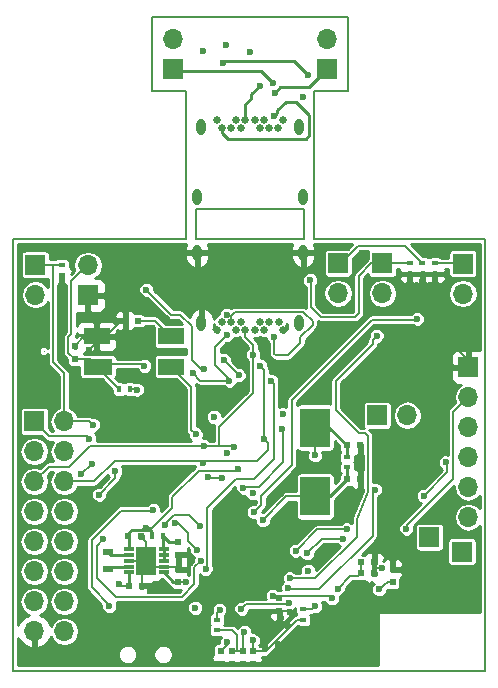
<source format=gbr>
%TF.GenerationSoftware,KiCad,Pcbnew,4.0.7*%
%TF.CreationDate,2019-02-19T19:06:54-06:00*%
%TF.ProjectId,GolfGloveMainBoardV1.0.0,476F6C66476C6F76654D61696E426F61,rev?*%
%TF.FileFunction,Copper,L4,Bot,Signal*%
%FSLAX46Y46*%
G04 Gerber Fmt 4.6, Leading zero omitted, Abs format (unit mm)*
G04 Created by KiCad (PCBNEW 4.0.7) date 02/19/19 19:06:54*
%MOMM*%
%LPD*%
G01*
G04 APERTURE LIST*
%ADD10C,0.100000*%
%ADD11C,0.150000*%
%ADD12C,0.600000*%
%ADD13O,0.800000X1.400000*%
%ADD14C,0.650000*%
%ADD15R,1.700000X1.700000*%
%ADD16O,1.700000X1.700000*%
%ADD17R,0.600000X0.500000*%
%ADD18R,0.500000X0.600000*%
%ADD19R,0.600000X0.400000*%
%ADD20R,0.900000X0.500000*%
%ADD21R,0.400000X0.600000*%
%ADD22R,2.200000X1.400000*%
%ADD23R,2.400000X1.400000*%
%ADD24R,0.812800X0.304800*%
%ADD25R,1.651000X2.387600*%
%ADD26R,2.500000X3.325000*%
%ADD27C,0.200000*%
%ADD28C,0.250000*%
%ADD29C,0.254000*%
G04 APERTURE END LIST*
D10*
D11*
X118120000Y-123130000D02*
X118120000Y-125640000D01*
X127220000Y-123130000D02*
X118120000Y-123130000D01*
X127220000Y-125640000D02*
X127220000Y-123130000D01*
X118130000Y-125640000D02*
X127220000Y-125640000D01*
X102580000Y-162200000D02*
X102570000Y-162200000D01*
X102580000Y-125640000D02*
X102580000Y-162200000D01*
X117250000Y-125640000D02*
X102580000Y-125640000D01*
X117250000Y-113080000D02*
X117250000Y-125640000D01*
X114340000Y-113080000D02*
X117250000Y-113080000D01*
X114340000Y-106880000D02*
X114340000Y-113080000D01*
X130990000Y-106880000D02*
X114340000Y-106880000D01*
X130990000Y-113080000D02*
X130990000Y-106880000D01*
X128090000Y-113080000D02*
X130990000Y-113080000D01*
X128090000Y-125650000D02*
X128090000Y-113080000D01*
X142570000Y-125650000D02*
X128090000Y-125650000D01*
X142570000Y-162200000D02*
X142570000Y-125650000D01*
X102580000Y-162200000D02*
X142570000Y-162200000D01*
D10*
X105180000Y-135160000D02*
X105180000Y-135100000D01*
D12*
X133050000Y-161550000D03*
X125650000Y-160600000D03*
X123900000Y-160200000D03*
X132500000Y-156550000D03*
X129850000Y-159600000D03*
X125250000Y-157750000D03*
X123000000Y-126500000D03*
X107000000Y-161000000D03*
X136000000Y-144000000D03*
X124000000Y-161350000D03*
X124350000Y-159300000D03*
X123700000Y-158650000D03*
X125000000Y-159950000D03*
X140500000Y-154500000D03*
X138500000Y-154500000D03*
X141500000Y-154500000D03*
X125900000Y-158400000D03*
X126600000Y-159000000D03*
X125450000Y-161450000D03*
X131000000Y-158000000D03*
X127150000Y-159600000D03*
X131000000Y-157000000D03*
X130000000Y-158500000D03*
X139500000Y-154500000D03*
X130000000Y-157500000D03*
X128050000Y-159600000D03*
X130200000Y-161300000D03*
X131150000Y-161300000D03*
X132000000Y-158500000D03*
X133000000Y-158500000D03*
X133000000Y-157500000D03*
X124750000Y-160750000D03*
X132150000Y-161500000D03*
X132000000Y-159500000D03*
X132000000Y-157500000D03*
X133500000Y-156500000D03*
X127400000Y-161300000D03*
X129250000Y-161300000D03*
X133000000Y-159500000D03*
X140000000Y-155500000D03*
X136000000Y-155500000D03*
X126400000Y-161200000D03*
X128300000Y-161300000D03*
X135000000Y-155500000D03*
X134500000Y-156500000D03*
X138000000Y-155500000D03*
X128950000Y-159600000D03*
X137000000Y-155500000D03*
X142000000Y-155500000D03*
X141000000Y-155500000D03*
X141500000Y-156500000D03*
X140500000Y-156500000D03*
X139500000Y-156500000D03*
X138500000Y-156500000D03*
X137500000Y-156500000D03*
X136500000Y-156500000D03*
X135500000Y-156500000D03*
X139000000Y-155500000D03*
D13*
X118535000Y-116145000D03*
X126795000Y-116145000D03*
X127155000Y-122095000D03*
X118175000Y-122095000D03*
D14*
X125465000Y-115545000D03*
X123865000Y-115545000D03*
X123065000Y-115545000D03*
X122265000Y-115545000D03*
X121465000Y-115545000D03*
X119865000Y-115545000D03*
X125065000Y-116245000D03*
X124265000Y-116245000D03*
X123465000Y-116245000D03*
X121865000Y-116245000D03*
X121065000Y-116245000D03*
X120265000Y-116245000D03*
D15*
X129165000Y-111255000D03*
D16*
X129165000Y-108715000D03*
D13*
X126805000Y-132760000D03*
X118545000Y-132760000D03*
X118185000Y-126810000D03*
X127165000Y-126810000D03*
D14*
X119875000Y-133360000D03*
X121475000Y-133360000D03*
X122275000Y-133360000D03*
X123075000Y-133360000D03*
X123875000Y-133360000D03*
X125475000Y-133360000D03*
X120275000Y-132660000D03*
X121075000Y-132660000D03*
X121875000Y-132660000D03*
X123475000Y-132660000D03*
X124275000Y-132660000D03*
X125075000Y-132660000D03*
D17*
X113180000Y-132570000D03*
X112080000Y-132570000D03*
D18*
X107820000Y-134720000D03*
X107820000Y-135820000D03*
D17*
X130890000Y-145980000D03*
X131990000Y-145980000D03*
X131990000Y-143130000D03*
X130890000Y-143130000D03*
D18*
X120200000Y-160525000D03*
X120200000Y-161625000D03*
X122900000Y-161650000D03*
X122900000Y-160550000D03*
X134725000Y-154700000D03*
X134725000Y-153600000D03*
X121170000Y-161640000D03*
X121170000Y-160540000D03*
X122030000Y-161650000D03*
X122030000Y-160550000D03*
D17*
X133160000Y-153000000D03*
X132060000Y-153000000D03*
X133140000Y-153930000D03*
X132040000Y-153930000D03*
D18*
X125125000Y-157125000D03*
X125125000Y-156025000D03*
D17*
X112315000Y-150820000D03*
X113415000Y-150820000D03*
D18*
X116565000Y-151270000D03*
X116565000Y-152370000D03*
D17*
X112390000Y-155020000D03*
X113490000Y-155020000D03*
D18*
X116565000Y-154695000D03*
X116565000Y-153595000D03*
D15*
X141140000Y-136490000D03*
D16*
X141140000Y-139030000D03*
X141140000Y-141570000D03*
X141140000Y-144110000D03*
X141140000Y-146650000D03*
X141140000Y-149190000D03*
D15*
X108940000Y-130410000D03*
D16*
X108940000Y-127870000D03*
D15*
X130120000Y-127690000D03*
D16*
X130120000Y-130230000D03*
D15*
X104490000Y-127830000D03*
D16*
X104490000Y-130370000D03*
D15*
X133860000Y-127710000D03*
D16*
X133860000Y-130250000D03*
D15*
X104390000Y-141080000D03*
D16*
X106930000Y-141080000D03*
X104390000Y-143620000D03*
X106930000Y-143620000D03*
X104390000Y-146160000D03*
X106930000Y-146160000D03*
X104390000Y-148700000D03*
X106930000Y-148700000D03*
X104390000Y-151240000D03*
X106930000Y-151240000D03*
X104390000Y-153780000D03*
X106930000Y-153780000D03*
X104390000Y-156320000D03*
X106930000Y-156320000D03*
X104390000Y-158860000D03*
X106930000Y-158860000D03*
D15*
X140600000Y-152120000D03*
X137850000Y-150890000D03*
X140680000Y-127730000D03*
D16*
X140680000Y-130270000D03*
D15*
X116165000Y-111255000D03*
D16*
X116165000Y-108715000D03*
D15*
X133420000Y-140570000D03*
D16*
X135960000Y-140570000D03*
D19*
X119875000Y-158775000D03*
X119875000Y-157875000D03*
D20*
X110640000Y-152120000D03*
X110640000Y-153620000D03*
D21*
X112490000Y-138370000D03*
X111590000Y-138370000D03*
D19*
X130890000Y-144980000D03*
X130890000Y-144080000D03*
X137250000Y-128610000D03*
X137250000Y-127710000D03*
X106710000Y-128730000D03*
X106710000Y-127830000D03*
X136190000Y-128610000D03*
X136190000Y-127710000D03*
X138300000Y-128610000D03*
X138300000Y-127710000D03*
X127175000Y-157000000D03*
X127175000Y-157900000D03*
D21*
X114390000Y-150795000D03*
X115290000Y-150795000D03*
D22*
X115980000Y-133900000D03*
X109680000Y-133900000D03*
X115980000Y-136450000D03*
D23*
X109780000Y-136450000D03*
D24*
X112391800Y-153860600D03*
X112391800Y-153378000D03*
X112391800Y-152870000D03*
X112391800Y-152362000D03*
X112391800Y-151879400D03*
X115338200Y-151879400D03*
X115338200Y-152362000D03*
X115338200Y-152870000D03*
X115338200Y-153378000D03*
X115338200Y-153860600D03*
D25*
X113865000Y-152870000D03*
D26*
X128190000Y-147442500D03*
X128190000Y-141617500D03*
D12*
X119340000Y-161360000D03*
X126025000Y-157250000D03*
X133875000Y-153475000D03*
X118050000Y-155800000D03*
X120180000Y-138450000D03*
X109060000Y-135020000D03*
X106880000Y-130340000D03*
X114220000Y-155420000D03*
X113865000Y-152870000D03*
X115170000Y-147740000D03*
X116680000Y-141630000D03*
X112650000Y-142530000D03*
X137230000Y-129300000D03*
X124470000Y-147640000D03*
X110760000Y-156750000D03*
X114450000Y-148610000D03*
X113710000Y-136380000D03*
X119610000Y-140700000D03*
X120710000Y-143750000D03*
X127570000Y-153720000D03*
X118020000Y-156880000D03*
X122880000Y-147170000D03*
X113070000Y-138400000D03*
X120670000Y-132070000D03*
X111530000Y-154890000D03*
X117230000Y-154710000D03*
X125410000Y-140500000D03*
X124720000Y-133960000D03*
X123750000Y-149440000D03*
X128180000Y-143970000D03*
X127565000Y-111755000D03*
X120365000Y-110755000D03*
X120750000Y-159750000D03*
X133380000Y-133850000D03*
X126040000Y-154390000D03*
X125900000Y-155160000D03*
X133230000Y-146870000D03*
X122900000Y-159640000D03*
X121925000Y-156950000D03*
X128175000Y-156750000D03*
X133600000Y-155300000D03*
X125970000Y-156450000D03*
X122175000Y-158900000D03*
X130075000Y-155250000D03*
X124600000Y-155875000D03*
X129600000Y-156050000D03*
X121670000Y-145090000D03*
X113890000Y-150120000D03*
X118750000Y-143180000D03*
X122930000Y-135450000D03*
X121320000Y-143260000D03*
X120290000Y-145870000D03*
X119100000Y-145840000D03*
X118680000Y-144630000D03*
X123520000Y-136380000D03*
X123840000Y-142540000D03*
X135900000Y-150170000D03*
X139210000Y-144560000D03*
X137380000Y-147390000D03*
X130520000Y-151010000D03*
X127500000Y-152240000D03*
X130850000Y-150240000D03*
X126530000Y-152030000D03*
X124565000Y-112455000D03*
X108340000Y-145560000D03*
X109260000Y-144690000D03*
X117800000Y-137020000D03*
X125350000Y-141710000D03*
X120920000Y-137630000D03*
X120670000Y-133800000D03*
X122100000Y-146700000D03*
X120075000Y-157050000D03*
X118050000Y-142170000D03*
X123465000Y-112655000D03*
X122665000Y-109855000D03*
X127165000Y-113655000D03*
X124665000Y-115255000D03*
X124765000Y-113255000D03*
X118900000Y-153580000D03*
X113890000Y-129940000D03*
X118800000Y-136640000D03*
X120420000Y-135860000D03*
X121700000Y-137180000D03*
X124430000Y-137660000D03*
X109060000Y-142550000D03*
X116340000Y-149690000D03*
X118150000Y-151950000D03*
X104390000Y-141080000D03*
X109360000Y-141390000D03*
X111220000Y-145290000D03*
X109880000Y-147290000D03*
X110250000Y-151060000D03*
X118490000Y-152910000D03*
X118440000Y-149940000D03*
X115470000Y-149880000D03*
X127740000Y-129140000D03*
X136830000Y-132390000D03*
X123010000Y-148760000D03*
X118665000Y-109755000D03*
X120665000Y-109255000D03*
D11*
X120200000Y-161625000D02*
X119605000Y-161625000D01*
X119605000Y-161625000D02*
X119340000Y-161360000D01*
X120200000Y-161625000D02*
X121155000Y-161625000D01*
X121155000Y-161625000D02*
X121170000Y-161640000D01*
X125125000Y-157125000D02*
X125875000Y-157125000D01*
X126000000Y-157250000D02*
X126025000Y-157250000D01*
X125875000Y-157125000D02*
X126000000Y-157250000D01*
X133160000Y-153475000D02*
X133875000Y-153475000D01*
X133160000Y-153000000D02*
X133160000Y-153475000D01*
X133160000Y-153475000D02*
X133160000Y-153910000D01*
X133160000Y-153910000D02*
X133140000Y-153930000D01*
X109680000Y-133900000D02*
X109680000Y-134400000D01*
X109680000Y-134400000D02*
X109060000Y-135020000D01*
X109680000Y-133900000D02*
X110440000Y-133900000D01*
X110440000Y-133900000D02*
X111770000Y-132570000D01*
X111770000Y-132570000D02*
X112080000Y-132570000D01*
X109680000Y-133900000D02*
X108640000Y-133900000D01*
X108640000Y-133900000D02*
X107820000Y-134720000D01*
X106710000Y-128730000D02*
X106710000Y-130170000D01*
X106710000Y-130170000D02*
X106880000Y-130340000D01*
X113490000Y-155020000D02*
X113820000Y-155020000D01*
X113820000Y-155020000D02*
X114220000Y-155420000D01*
X115338200Y-153378000D02*
X114373000Y-153378000D01*
X114373000Y-153378000D02*
X113865000Y-152870000D01*
X115338200Y-153378000D02*
X116348000Y-153378000D01*
X116348000Y-153378000D02*
X116565000Y-153595000D01*
X116565000Y-152370000D02*
X116565000Y-153595000D01*
X113865000Y-152870000D02*
X113865000Y-151270000D01*
X113865000Y-151270000D02*
X113415000Y-150820000D01*
X113490000Y-155020000D02*
X113490000Y-153245000D01*
X113490000Y-153245000D02*
X113865000Y-152870000D01*
X113865000Y-152870000D02*
X112391800Y-152870000D01*
X121170000Y-161640000D02*
X122020000Y-161640000D01*
X122020000Y-161640000D02*
X122030000Y-161650000D01*
X122030000Y-161650000D02*
X122900000Y-161650000D01*
X122900000Y-161650000D02*
X121180000Y-161650000D01*
X121180000Y-161650000D02*
X121175000Y-161655000D01*
X136190000Y-128610000D02*
X136190000Y-130950000D01*
X136190000Y-130950000D02*
X141140000Y-135900000D01*
X141140000Y-135900000D02*
X141140000Y-136490000D01*
X137250000Y-128610000D02*
X136190000Y-128610000D01*
X136190000Y-128610000D02*
X138300000Y-128610000D01*
X138300000Y-128610000D02*
X137250000Y-128610000D01*
X137250000Y-128610000D02*
X137230000Y-128630000D01*
X137230000Y-128630000D02*
X137230000Y-129300000D01*
D27*
X110760000Y-156620000D02*
X110760000Y-156750000D01*
X109290000Y-155150000D02*
X110760000Y-156620000D01*
X109290000Y-151120000D02*
X109290000Y-155150000D01*
X111770000Y-148640000D02*
X109290000Y-151120000D01*
X114410000Y-148640000D02*
X111770000Y-148640000D01*
X114440000Y-148610000D02*
X114410000Y-148640000D01*
X114450000Y-148610000D02*
X114440000Y-148610000D01*
D11*
X113180000Y-132570000D02*
X114650000Y-132570000D01*
X114650000Y-132570000D02*
X115980000Y-133900000D01*
X109780000Y-136450000D02*
X109780000Y-136560000D01*
X109780000Y-136560000D02*
X111590000Y-138370000D01*
X112280000Y-136240000D02*
X113570000Y-136240000D01*
X113570000Y-136240000D02*
X113710000Y-136380000D01*
X108940000Y-127870000D02*
X108890000Y-127870000D01*
X108890000Y-127870000D02*
X107520000Y-129240000D01*
X107520000Y-129240000D02*
X107520000Y-133730000D01*
X107520000Y-133730000D02*
X107270000Y-133980000D01*
X107270000Y-133980000D02*
X107270000Y-135270000D01*
X107270000Y-135270000D02*
X107820000Y-135820000D01*
X107820000Y-135820000D02*
X109150000Y-135820000D01*
X109150000Y-135820000D02*
X109780000Y-136450000D01*
X112280000Y-136240000D02*
X109990000Y-136240000D01*
X109990000Y-136240000D02*
X109780000Y-136450000D01*
X112490000Y-138370000D02*
X113040000Y-138370000D01*
X113040000Y-138370000D02*
X113070000Y-138400000D01*
X112390000Y-155020000D02*
X111660000Y-155020000D01*
X111660000Y-155020000D02*
X111530000Y-154890000D01*
X116565000Y-154695000D02*
X117215000Y-154695000D01*
X117215000Y-154695000D02*
X117230000Y-154710000D01*
D28*
X116565000Y-154695000D02*
X116172600Y-154695000D01*
X116172600Y-154695000D02*
X115338200Y-153860600D01*
X112391800Y-153860600D02*
X112391800Y-155018200D01*
X112391800Y-155018200D02*
X112390000Y-155020000D01*
D11*
X124860000Y-135510000D02*
X124720000Y-135370000D01*
X124720000Y-135370000D02*
X124720000Y-133960000D01*
X121075000Y-132660000D02*
X121075000Y-132165000D01*
X121075000Y-132165000D02*
X121410000Y-131830000D01*
X121410000Y-131830000D02*
X127160000Y-131830000D01*
X127160000Y-131830000D02*
X127950000Y-132620000D01*
X127950000Y-132620000D02*
X127950000Y-132930000D01*
X127950000Y-132930000D02*
X126910000Y-133970000D01*
X126910000Y-133970000D02*
X126910000Y-134460000D01*
X126910000Y-134460000D02*
X125860000Y-135510000D01*
X125860000Y-135510000D02*
X124860000Y-135510000D01*
X128190000Y-147442500D02*
X125747500Y-147442500D01*
X125747500Y-147442500D02*
X123750000Y-149440000D01*
D28*
X128190000Y-147442500D02*
X129427500Y-147442500D01*
X129427500Y-147442500D02*
X130890000Y-145980000D01*
X130890000Y-145980000D02*
X130890000Y-144980000D01*
D11*
X128190000Y-143960000D02*
X128190000Y-141617500D01*
X128180000Y-143970000D02*
X128190000Y-143960000D01*
D28*
X128190000Y-141617500D02*
X129377500Y-141617500D01*
X129377500Y-141617500D02*
X130890000Y-143130000D01*
X130890000Y-144080000D02*
X130890000Y-143130000D01*
X126365000Y-110555000D02*
X127565000Y-111755000D01*
X120565000Y-110555000D02*
X126365000Y-110555000D01*
X120365000Y-110755000D02*
X120565000Y-110555000D01*
D11*
X120750000Y-159750000D02*
X120750000Y-160000000D01*
X120700000Y-160050000D02*
X120675000Y-160050000D01*
X120750000Y-160000000D02*
X120700000Y-160050000D01*
X120675000Y-160050000D02*
X120200000Y-160525000D01*
X133380000Y-133850000D02*
X133050000Y-134180000D01*
X133050000Y-134180000D02*
X133050000Y-134550000D01*
X126040000Y-154390000D02*
X126040000Y-154390000D01*
X126040000Y-154390000D02*
X128160613Y-154359266D01*
X128160613Y-154359266D02*
X131750000Y-150848531D01*
X131750000Y-150848531D02*
X131750000Y-149340000D01*
X131750000Y-149340000D02*
X132640000Y-147030000D01*
X132640000Y-147030000D02*
X132640000Y-142320000D01*
X132640000Y-142320000D02*
X132430000Y-142110000D01*
X132430000Y-142110000D02*
X131880000Y-142110000D01*
X131880000Y-142110000D02*
X129920000Y-140150000D01*
X129920000Y-140150000D02*
X129920000Y-137680000D01*
X129920000Y-137680000D02*
X133050000Y-134550000D01*
X126050000Y-155310000D02*
X128520000Y-155310000D01*
X125900000Y-155160000D02*
X126050000Y-155310000D01*
X128520000Y-155310000D02*
X128530000Y-155300000D01*
X133030000Y-150800000D02*
X128520000Y-155310000D01*
X133030000Y-147070000D02*
X133030000Y-150800000D01*
X133230000Y-146870000D02*
X133030000Y-147070000D01*
X123975000Y-160550000D02*
X126625000Y-157900000D01*
X122900000Y-160550000D02*
X122900000Y-159640000D01*
X122900000Y-160550000D02*
X123975000Y-160550000D01*
X126625000Y-157900000D02*
X127175000Y-157900000D01*
X125845000Y-156575000D02*
X125970000Y-156450000D01*
X122300000Y-156575000D02*
X125845000Y-156575000D01*
X121925000Y-156950000D02*
X122300000Y-156575000D01*
X127925000Y-157000000D02*
X127175000Y-157000000D01*
X128175000Y-156750000D02*
X127925000Y-157000000D01*
X134375000Y-154700000D02*
X134725000Y-154700000D01*
X133600000Y-155300000D02*
X134375000Y-154700000D01*
X125970000Y-156450000D02*
X125910000Y-156510000D01*
X122030000Y-160550000D02*
X122030000Y-159045000D01*
X122030000Y-159045000D02*
X122175000Y-158900000D01*
X119875000Y-158775000D02*
X121150000Y-158775000D01*
X121575000Y-159975000D02*
X121575000Y-160540000D01*
X121575000Y-159200000D02*
X121575000Y-159975000D01*
X121150000Y-158775000D02*
X121575000Y-159200000D01*
X121170000Y-160540000D02*
X121575000Y-160540000D01*
X121575000Y-160540000D02*
X122020000Y-160540000D01*
X122020000Y-160540000D02*
X122030000Y-160550000D01*
X130075000Y-155250000D02*
X131150000Y-154175000D01*
X131150000Y-154175000D02*
X131795000Y-154175000D01*
X131795000Y-154175000D02*
X132060000Y-153910000D01*
X132060000Y-153910000D02*
X132060000Y-153000000D01*
X125125000Y-156025000D02*
X124750000Y-156025000D01*
X124750000Y-156025000D02*
X124600000Y-155875000D01*
X129450000Y-155900000D02*
X125250000Y-155900000D01*
X129600000Y-156050000D02*
X129450000Y-155900000D01*
X125250000Y-155900000D02*
X125125000Y-156025000D01*
D27*
X114380000Y-150120000D02*
X113890000Y-150120000D01*
X116080000Y-148420000D02*
X114380000Y-150120000D01*
X116080000Y-147500000D02*
X116080000Y-148420000D01*
X118330000Y-145250000D02*
X116080000Y-147500000D01*
X121830000Y-145250000D02*
X118330000Y-145250000D01*
X121670000Y-145090000D02*
X121830000Y-145250000D01*
X113890000Y-150120000D02*
X114065000Y-150120000D01*
X114065000Y-150120000D02*
X114190000Y-150245000D01*
X113890000Y-150120000D02*
X113630000Y-150120000D01*
X113630000Y-150120000D02*
X113505000Y-150245000D01*
X113900000Y-150130000D02*
X113900000Y-150245000D01*
X113890000Y-150120000D02*
X113900000Y-150130000D01*
D28*
X112391800Y-151879400D02*
X112391800Y-150896800D01*
X112391800Y-150896800D02*
X112315000Y-150820000D01*
X114390000Y-150795000D02*
X114390000Y-150445000D01*
X114390000Y-150445000D02*
X114190000Y-150245000D01*
X112640000Y-150245000D02*
X112315000Y-150570000D01*
X113505000Y-150245000D02*
X112640000Y-150245000D01*
X114190000Y-150245000D02*
X113900000Y-150245000D01*
X113900000Y-150245000D02*
X113505000Y-150245000D01*
X112315000Y-150570000D02*
X112315000Y-150820000D01*
X116565000Y-151270000D02*
X115765000Y-151270000D01*
X115765000Y-151270000D02*
X115290000Y-150795000D01*
X115338200Y-152870000D02*
X115338200Y-151879400D01*
X115338200Y-151879400D02*
X115290000Y-151831200D01*
X115290000Y-151831200D02*
X115290000Y-150795000D01*
D11*
X118750000Y-143180000D02*
X119130000Y-143170000D01*
X119130000Y-143170000D02*
X119130000Y-143200000D01*
X119130000Y-143200000D02*
X119130000Y-143170000D01*
X122275000Y-133360000D02*
X122275000Y-133985000D01*
X122930000Y-134640000D02*
X122930000Y-135450000D01*
X122275000Y-133985000D02*
X122930000Y-134640000D01*
X120040000Y-143170000D02*
X120040000Y-141560000D01*
X122930000Y-138670000D02*
X122930000Y-135450000D01*
X120040000Y-141560000D02*
X122930000Y-138670000D01*
X105640000Y-144910000D02*
X104390000Y-146160000D01*
X107370000Y-144910000D02*
X105640000Y-144910000D01*
X109110000Y-143170000D02*
X107370000Y-144910000D01*
X121230000Y-143170000D02*
X120040000Y-143170000D01*
X120040000Y-143170000D02*
X119130000Y-143170000D01*
X119130000Y-143170000D02*
X109110000Y-143170000D01*
X121320000Y-143260000D02*
X121230000Y-143170000D01*
X118440000Y-144440000D02*
X118490000Y-144440000D01*
X119130000Y-145870000D02*
X120290000Y-145870000D01*
X119100000Y-145840000D02*
X119130000Y-145870000D01*
X118490000Y-144440000D02*
X118680000Y-144630000D01*
X123860000Y-142520000D02*
X123840000Y-142540000D01*
X123860000Y-136720000D02*
X123860000Y-142520000D01*
X123520000Y-136380000D02*
X123860000Y-136720000D01*
X106930000Y-146160000D02*
X109480000Y-146160000D01*
X124180000Y-142880000D02*
X123840000Y-142540000D01*
X124180000Y-143500000D02*
X124180000Y-142880000D01*
X123240000Y-144440000D02*
X124180000Y-143500000D01*
X111200000Y-144440000D02*
X118440000Y-144440000D01*
X118440000Y-144440000D02*
X123240000Y-144440000D01*
X109480000Y-146160000D02*
X111200000Y-144440000D01*
X141110000Y-139030000D02*
X141140000Y-139030000D01*
X139850000Y-140290000D02*
X141110000Y-139030000D01*
X139850000Y-145970000D02*
X139850000Y-140290000D01*
X135970000Y-149850000D02*
X139850000Y-145970000D01*
X135970000Y-150100000D02*
X135970000Y-149850000D01*
X135900000Y-150170000D02*
X135970000Y-150100000D01*
X139370000Y-144720000D02*
X139210000Y-144560000D01*
X139370000Y-145400000D02*
X139370000Y-144720000D01*
X137380000Y-147390000D02*
X139370000Y-145400000D01*
X128730000Y-151010000D02*
X130520000Y-151010000D01*
X127500000Y-152240000D02*
X128730000Y-151010000D01*
X128320000Y-150240000D02*
X130850000Y-150240000D01*
X126530000Y-152030000D02*
X128320000Y-150240000D01*
D28*
X123565000Y-111455000D02*
X116365000Y-111455000D01*
X124565000Y-112455000D02*
X123565000Y-111455000D01*
X116365000Y-111455000D02*
X116165000Y-111255000D01*
D11*
X120920000Y-137630000D02*
X118410000Y-137630000D01*
X108390000Y-145560000D02*
X108340000Y-145560000D01*
X109260000Y-144690000D02*
X108390000Y-145560000D01*
X118410000Y-137630000D02*
X117800000Y-137020000D01*
X125480000Y-141840000D02*
X125480000Y-144530000D01*
X125350000Y-141710000D02*
X125480000Y-141840000D01*
X120920000Y-137500000D02*
X120920000Y-137630000D01*
X119720000Y-136300000D02*
X120920000Y-137500000D01*
X119720000Y-134750000D02*
X119720000Y-136300000D01*
X120670000Y-133800000D02*
X119720000Y-134750000D01*
X122190000Y-146610000D02*
X122100000Y-146700000D01*
X123400000Y-146610000D02*
X122190000Y-146610000D01*
X125480000Y-144530000D02*
X123400000Y-146610000D01*
X119875000Y-157250000D02*
X119875000Y-157875000D01*
X120075000Y-157050000D02*
X119875000Y-157250000D01*
D28*
X112391800Y-152362000D02*
X110882000Y-152362000D01*
X110882000Y-152362000D02*
X110640000Y-152120000D01*
X112391800Y-153378000D02*
X110882000Y-153378000D01*
X110882000Y-153378000D02*
X110640000Y-153620000D01*
D11*
X117680000Y-138150000D02*
X115980000Y-136450000D01*
X117680000Y-141800000D02*
X117680000Y-138150000D01*
X118050000Y-142170000D02*
X117680000Y-141800000D01*
D28*
X122265000Y-114255000D02*
X122265000Y-115545000D01*
X122765000Y-113755000D02*
X122265000Y-114255000D01*
X122765000Y-113355000D02*
X122765000Y-113755000D01*
X123465000Y-112655000D02*
X122765000Y-113355000D01*
X120265000Y-116655000D02*
X120265000Y-116245000D01*
X120765000Y-117155000D02*
X120265000Y-116655000D01*
X127365000Y-117155000D02*
X120765000Y-117155000D01*
X127665000Y-116855000D02*
X127365000Y-117155000D01*
X127665000Y-115155000D02*
X127665000Y-116855000D01*
X126565000Y-114055000D02*
X127665000Y-115155000D01*
X125665000Y-114055000D02*
X126565000Y-114055000D01*
X124965000Y-114755000D02*
X125665000Y-114055000D01*
X124965000Y-114955000D02*
X124965000Y-114755000D01*
X124665000Y-115255000D02*
X124965000Y-114955000D01*
X127665000Y-112755000D02*
X129165000Y-111255000D01*
X125165000Y-112755000D02*
X127665000Y-112755000D01*
X124765000Y-113255000D02*
X125165000Y-112755000D01*
D11*
X122990000Y-146000000D02*
X124700000Y-144290000D01*
X121450000Y-146000000D02*
X122990000Y-146000000D01*
X119050000Y-148400000D02*
X121450000Y-146000000D01*
X119050000Y-153430000D02*
X119050000Y-148400000D01*
X118900000Y-153580000D02*
X119050000Y-153430000D01*
X113890000Y-129940000D02*
X116000000Y-132050000D01*
X116000000Y-132050000D02*
X116740000Y-132050000D01*
X116740000Y-132050000D02*
X117710000Y-133020000D01*
X117710000Y-133020000D02*
X117710000Y-135850000D01*
X117710000Y-135850000D02*
X118500000Y-136640000D01*
X118500000Y-136640000D02*
X118800000Y-136640000D01*
X120420000Y-135900000D02*
X120420000Y-135860000D01*
X121700000Y-137180000D02*
X120420000Y-135900000D01*
X124700000Y-137930000D02*
X124430000Y-137660000D01*
X124700000Y-144290000D02*
X124700000Y-137930000D01*
X105670000Y-142360000D02*
X104390000Y-141080000D01*
X108870000Y-142360000D02*
X105670000Y-142360000D01*
X109060000Y-142550000D02*
X108870000Y-142360000D01*
X116560000Y-149690000D02*
X116340000Y-149690000D01*
X117390000Y-150520000D02*
X116560000Y-149690000D01*
X117390000Y-151190000D02*
X117390000Y-150520000D01*
X118150000Y-151950000D02*
X117390000Y-151190000D01*
X130120000Y-127690000D02*
X130360000Y-127690000D01*
X130360000Y-127690000D02*
X131820000Y-126230000D01*
X131820000Y-126230000D02*
X135780000Y-126230000D01*
X135780000Y-126230000D02*
X137250000Y-127700000D01*
X137250000Y-127700000D02*
X137250000Y-127710000D01*
X109050000Y-141080000D02*
X106930000Y-141080000D01*
X109360000Y-141390000D02*
X109050000Y-141080000D01*
X111250000Y-145260000D02*
X111220000Y-145290000D01*
X111250000Y-145920000D02*
X111250000Y-145260000D01*
X109880000Y-147290000D02*
X111250000Y-145920000D01*
X110250000Y-151070000D02*
X110250000Y-151060000D01*
X109700000Y-151620000D02*
X110250000Y-151070000D01*
X109700000Y-154340000D02*
X109700000Y-151620000D01*
X111330000Y-155970000D02*
X109700000Y-154340000D01*
X116860000Y-155970000D02*
X111330000Y-155970000D01*
X117945000Y-154885000D02*
X116860000Y-155970000D01*
X117945000Y-153455000D02*
X117945000Y-154885000D01*
X118490000Y-152910000D02*
X117945000Y-153455000D01*
X106930000Y-141080000D02*
X106930000Y-137020000D01*
X105990000Y-136080000D02*
X105990000Y-127830000D01*
X106930000Y-137020000D02*
X105990000Y-136080000D01*
X104490000Y-127830000D02*
X105990000Y-127830000D01*
X105990000Y-127830000D02*
X106710000Y-127830000D01*
X133860000Y-127710000D02*
X132910000Y-127710000D01*
X132910000Y-127710000D02*
X131870000Y-128750000D01*
X136190000Y-127710000D02*
X133860000Y-127710000D01*
X118440000Y-149940000D02*
X117490000Y-148990000D01*
X117490000Y-148990000D02*
X116240000Y-148990000D01*
X116240000Y-148990000D02*
X115470000Y-149760000D01*
X115470000Y-149760000D02*
X115470000Y-149880000D01*
X127830000Y-129230000D02*
X127740000Y-129140000D01*
X127830000Y-131410000D02*
X127830000Y-129230000D01*
X128680000Y-132260000D02*
X127830000Y-131410000D01*
X131530000Y-132260000D02*
X128680000Y-132260000D01*
X131870000Y-131920000D02*
X131530000Y-132260000D01*
X131870000Y-128750000D02*
X131870000Y-131920000D01*
X136750000Y-132470000D02*
X136830000Y-132390000D01*
X132960000Y-132470000D02*
X136750000Y-132470000D01*
X126190000Y-139240000D02*
X132960000Y-132470000D01*
X126190000Y-144800000D02*
X126190000Y-139240000D01*
X123610000Y-147380000D02*
X126190000Y-144800000D01*
X123610000Y-148160000D02*
X123610000Y-147380000D01*
X123010000Y-148760000D02*
X123610000Y-148160000D01*
X138300000Y-127710000D02*
X140660000Y-127710000D01*
X140660000Y-127710000D02*
X140680000Y-127730000D01*
D29*
G36*
X117150000Y-126383000D02*
X117150000Y-126683000D01*
X118058000Y-126683000D01*
X118058000Y-126663000D01*
X118312000Y-126663000D01*
X118312000Y-126683000D01*
X119220000Y-126683000D01*
X119220000Y-126383000D01*
X119124068Y-126092000D01*
X126225932Y-126092000D01*
X126130000Y-126383000D01*
X126130000Y-126683000D01*
X127038000Y-126683000D01*
X127038000Y-126663000D01*
X127292000Y-126663000D01*
X127292000Y-126683000D01*
X128200000Y-126683000D01*
X128200000Y-126383000D01*
X128107365Y-126102000D01*
X131308776Y-126102000D01*
X130955161Y-126455615D01*
X129270000Y-126455615D01*
X129130292Y-126481903D01*
X129001980Y-126564470D01*
X128915899Y-126690453D01*
X128885615Y-126840000D01*
X128885615Y-128540000D01*
X128911903Y-128679708D01*
X128994470Y-128808020D01*
X129120453Y-128894101D01*
X129270000Y-128924385D01*
X130970000Y-128924385D01*
X131109708Y-128898097D01*
X131238020Y-128815530D01*
X131324101Y-128689547D01*
X131354385Y-128540000D01*
X131354385Y-127334839D01*
X132007224Y-126682000D01*
X132675340Y-126682000D01*
X132655899Y-126710453D01*
X132625615Y-126860000D01*
X132625615Y-127366850D01*
X132590388Y-127390388D01*
X131550388Y-128430388D01*
X131452406Y-128577027D01*
X131418000Y-128750000D01*
X131418000Y-131732775D01*
X131342776Y-131808000D01*
X128867225Y-131808000D01*
X128282000Y-131222776D01*
X128282000Y-130230000D01*
X128868962Y-130230000D01*
X128962362Y-130699553D01*
X129228342Y-131097620D01*
X129626409Y-131363600D01*
X130095962Y-131457000D01*
X130144038Y-131457000D01*
X130613591Y-131363600D01*
X131011658Y-131097620D01*
X131277638Y-130699553D01*
X131371038Y-130230000D01*
X131277638Y-129760447D01*
X131011658Y-129362380D01*
X130613591Y-129096400D01*
X130144038Y-129003000D01*
X130095962Y-129003000D01*
X129626409Y-129096400D01*
X129228342Y-129362380D01*
X128962362Y-129760447D01*
X128868962Y-130230000D01*
X128282000Y-130230000D01*
X128282000Y-129555533D01*
X128313598Y-129523990D01*
X128416882Y-129275254D01*
X128417117Y-129005927D01*
X128314267Y-128757011D01*
X128123990Y-128566402D01*
X127875254Y-128463118D01*
X127605927Y-128462883D01*
X127357011Y-128565733D01*
X127166402Y-128756010D01*
X127063118Y-129004746D01*
X127062883Y-129274073D01*
X127165733Y-129522989D01*
X127356010Y-129713598D01*
X127378000Y-129722729D01*
X127378000Y-131410000D01*
X127385454Y-131447473D01*
X127332973Y-131412406D01*
X127160000Y-131378000D01*
X121410000Y-131378000D01*
X121237027Y-131412406D01*
X121090388Y-131510387D01*
X121079160Y-131521615D01*
X121053990Y-131496402D01*
X120805254Y-131393118D01*
X120535927Y-131392883D01*
X120287011Y-131495733D01*
X120096402Y-131686010D01*
X119993118Y-131934746D01*
X119993046Y-132016935D01*
X119877868Y-132064526D01*
X119680220Y-132261830D01*
X119614649Y-132419742D01*
X119597738Y-132421283D01*
X119580000Y-132428630D01*
X119580000Y-132333000D01*
X119452615Y-131946590D01*
X119187053Y-131638342D01*
X118831123Y-131465334D01*
X118672000Y-131593002D01*
X118672000Y-132633000D01*
X118692000Y-132633000D01*
X118692000Y-132887000D01*
X118672000Y-132887000D01*
X118672000Y-132907000D01*
X118418000Y-132907000D01*
X118418000Y-132887000D01*
X118398000Y-132887000D01*
X118398000Y-132633000D01*
X118418000Y-132633000D01*
X118418000Y-131593002D01*
X118258877Y-131465334D01*
X117902947Y-131638342D01*
X117637385Y-131946590D01*
X117547741Y-132218517D01*
X117059612Y-131730388D01*
X116912973Y-131632406D01*
X116740000Y-131598000D01*
X116187225Y-131598000D01*
X114566967Y-129977743D01*
X114567117Y-129805927D01*
X114464267Y-129557011D01*
X114273990Y-129366402D01*
X114025254Y-129263118D01*
X113755927Y-129262883D01*
X113507011Y-129365733D01*
X113316402Y-129556010D01*
X113213118Y-129804746D01*
X113212883Y-130074073D01*
X113315733Y-130322989D01*
X113506010Y-130513598D01*
X113754746Y-130616882D01*
X113927809Y-130617033D01*
X115680388Y-132369613D01*
X115805169Y-132452989D01*
X115827027Y-132467594D01*
X116000000Y-132502000D01*
X116552776Y-132502000D01*
X116866391Y-132815615D01*
X115534839Y-132815615D01*
X114969612Y-132250388D01*
X114822973Y-132152406D01*
X114650000Y-132118000D01*
X113798013Y-132118000D01*
X113755530Y-132051980D01*
X113629547Y-131965899D01*
X113480000Y-131935615D01*
X112893641Y-131935615D01*
X112739698Y-131781673D01*
X112506309Y-131685000D01*
X112365750Y-131685000D01*
X112207000Y-131843750D01*
X112207000Y-132445000D01*
X112227000Y-132445000D01*
X112227000Y-132695000D01*
X112207000Y-132695000D01*
X112207000Y-133296250D01*
X112365750Y-133455000D01*
X112506309Y-133455000D01*
X112739698Y-133358327D01*
X112893641Y-133204385D01*
X113480000Y-133204385D01*
X113619708Y-133178097D01*
X113748020Y-133095530D01*
X113798261Y-133022000D01*
X114462776Y-133022000D01*
X114520060Y-133079284D01*
X114495615Y-133200000D01*
X114495615Y-134600000D01*
X114521903Y-134739708D01*
X114604470Y-134868020D01*
X114730453Y-134954101D01*
X114880000Y-134984385D01*
X117080000Y-134984385D01*
X117219708Y-134958097D01*
X117258000Y-134933457D01*
X117258000Y-135415340D01*
X117229547Y-135395899D01*
X117080000Y-135365615D01*
X114880000Y-135365615D01*
X114740292Y-135391903D01*
X114611980Y-135474470D01*
X114525899Y-135600453D01*
X114495615Y-135750000D01*
X114495615Y-137150000D01*
X114521903Y-137289708D01*
X114604470Y-137418020D01*
X114730453Y-137504101D01*
X114880000Y-137534385D01*
X116425161Y-137534385D01*
X117228000Y-138337224D01*
X117228000Y-141800000D01*
X117262406Y-141972973D01*
X117360388Y-142119612D01*
X117373033Y-142132257D01*
X117372883Y-142304073D01*
X117475733Y-142552989D01*
X117640457Y-142718000D01*
X109723285Y-142718000D01*
X109736882Y-142685254D01*
X109737117Y-142415927D01*
X109634267Y-142167011D01*
X109522728Y-142055277D01*
X109742989Y-141964267D01*
X109933598Y-141773990D01*
X110036882Y-141525254D01*
X110037117Y-141255927D01*
X109934267Y-141007011D01*
X109743990Y-140816402D01*
X109495254Y-140713118D01*
X109298611Y-140712946D01*
X109222973Y-140662406D01*
X109050000Y-140628000D01*
X108091130Y-140628000D01*
X108087638Y-140610447D01*
X107821658Y-140212380D01*
X107423591Y-139946400D01*
X107382000Y-139938127D01*
X107382000Y-137020000D01*
X107347594Y-136847027D01*
X107249612Y-136700388D01*
X106442000Y-135892776D01*
X106442000Y-129547250D01*
X106583000Y-129406250D01*
X106583000Y-128830000D01*
X106563000Y-128830000D01*
X106563000Y-128630000D01*
X106583000Y-128630000D01*
X106583000Y-128583000D01*
X106837000Y-128583000D01*
X106837000Y-128630000D01*
X106857000Y-128630000D01*
X106857000Y-128830000D01*
X106837000Y-128830000D01*
X106837000Y-129406250D01*
X106995750Y-129565000D01*
X107068000Y-129565000D01*
X107068000Y-133542776D01*
X106950388Y-133660388D01*
X106852406Y-133807027D01*
X106818000Y-133980000D01*
X106818000Y-135270000D01*
X106852406Y-135442973D01*
X106950388Y-135589612D01*
X107185615Y-135824839D01*
X107185615Y-136120000D01*
X107211903Y-136259708D01*
X107294470Y-136388020D01*
X107420453Y-136474101D01*
X107570000Y-136504385D01*
X108070000Y-136504385D01*
X108195615Y-136480749D01*
X108195615Y-137150000D01*
X108221903Y-137289708D01*
X108304470Y-137418020D01*
X108430453Y-137504101D01*
X108580000Y-137534385D01*
X110115161Y-137534385D01*
X111005615Y-138424840D01*
X111005615Y-138670000D01*
X111031903Y-138809708D01*
X111114470Y-138938020D01*
X111240453Y-139024101D01*
X111390000Y-139054385D01*
X111790000Y-139054385D01*
X111929708Y-139028097D01*
X112041252Y-138956320D01*
X112140453Y-139024101D01*
X112290000Y-139054385D01*
X112690000Y-139054385D01*
X112821141Y-139029709D01*
X112934746Y-139076882D01*
X113204073Y-139077117D01*
X113452989Y-138974267D01*
X113643598Y-138783990D01*
X113746882Y-138535254D01*
X113747117Y-138265927D01*
X113644267Y-138017011D01*
X113453990Y-137826402D01*
X113205254Y-137723118D01*
X112935927Y-137722883D01*
X112882236Y-137745068D01*
X112839547Y-137715899D01*
X112690000Y-137685615D01*
X112290000Y-137685615D01*
X112150292Y-137711903D01*
X112038748Y-137783680D01*
X111939547Y-137715899D01*
X111790000Y-137685615D01*
X111544840Y-137685615D01*
X111262931Y-137403707D01*
X111334101Y-137299547D01*
X111364385Y-137150000D01*
X111364385Y-136692000D01*
X113106401Y-136692000D01*
X113135733Y-136762989D01*
X113326010Y-136953598D01*
X113574746Y-137056882D01*
X113844073Y-137057117D01*
X114092989Y-136954267D01*
X114283598Y-136763990D01*
X114386882Y-136515254D01*
X114387117Y-136245927D01*
X114284267Y-135997011D01*
X114093990Y-135806402D01*
X113845254Y-135703118D01*
X113575927Y-135702883D01*
X113369928Y-135788000D01*
X111364385Y-135788000D01*
X111364385Y-135750000D01*
X111338097Y-135610292D01*
X111255530Y-135481980D01*
X111129547Y-135395899D01*
X110980000Y-135365615D01*
X108614160Y-135365615D01*
X108668263Y-135235000D01*
X109394250Y-135235000D01*
X109553000Y-135076250D01*
X109553000Y-134027000D01*
X109807000Y-134027000D01*
X109807000Y-135076250D01*
X109965750Y-135235000D01*
X110906309Y-135235000D01*
X111139698Y-135138327D01*
X111318327Y-134959699D01*
X111415000Y-134726310D01*
X111415000Y-134185750D01*
X111256250Y-134027000D01*
X109807000Y-134027000D01*
X109553000Y-134027000D01*
X108575025Y-134027000D01*
X108429699Y-133881673D01*
X108196310Y-133785000D01*
X108103750Y-133785000D01*
X107947002Y-133941748D01*
X107947002Y-133855676D01*
X107972000Y-133730000D01*
X107972000Y-133641250D01*
X108103750Y-133773000D01*
X109553000Y-133773000D01*
X109553000Y-132723750D01*
X109807000Y-132723750D01*
X109807000Y-133773000D01*
X111256250Y-133773000D01*
X111415000Y-133614250D01*
X111415000Y-133353025D01*
X111420302Y-133358327D01*
X111653691Y-133455000D01*
X111794250Y-133455000D01*
X111953000Y-133296250D01*
X111953000Y-132695000D01*
X111303750Y-132695000D01*
X111238388Y-132760362D01*
X111139698Y-132661673D01*
X110906309Y-132565000D01*
X109965750Y-132565000D01*
X109807000Y-132723750D01*
X109553000Y-132723750D01*
X109394250Y-132565000D01*
X108453691Y-132565000D01*
X108220302Y-132661673D01*
X108041673Y-132840301D01*
X107972000Y-133008506D01*
X107972000Y-132193690D01*
X111145000Y-132193690D01*
X111145000Y-132286250D01*
X111303750Y-132445000D01*
X111953000Y-132445000D01*
X111953000Y-131843750D01*
X111794250Y-131685000D01*
X111653691Y-131685000D01*
X111420302Y-131781673D01*
X111241673Y-131960301D01*
X111145000Y-132193690D01*
X107972000Y-132193690D01*
X107972000Y-131895000D01*
X108654250Y-131895000D01*
X108813000Y-131736250D01*
X108813000Y-130537000D01*
X109067000Y-130537000D01*
X109067000Y-131736250D01*
X109225750Y-131895000D01*
X109916309Y-131895000D01*
X110149698Y-131798327D01*
X110328327Y-131619699D01*
X110425000Y-131386310D01*
X110425000Y-130695750D01*
X110266250Y-130537000D01*
X109067000Y-130537000D01*
X108813000Y-130537000D01*
X108793000Y-130537000D01*
X108793000Y-130283000D01*
X108813000Y-130283000D01*
X108813000Y-130263000D01*
X109067000Y-130263000D01*
X109067000Y-130283000D01*
X110266250Y-130283000D01*
X110425000Y-130124250D01*
X110425000Y-129433690D01*
X110328327Y-129200301D01*
X110149698Y-129021673D01*
X109916309Y-128925000D01*
X109551224Y-128925000D01*
X109831658Y-128737620D01*
X110097638Y-128339553D01*
X110191038Y-127870000D01*
X110097638Y-127400447D01*
X109831658Y-127002380D01*
X109733810Y-126937000D01*
X117150000Y-126937000D01*
X117150000Y-127237000D01*
X117277385Y-127623410D01*
X117542947Y-127931658D01*
X117898877Y-128104666D01*
X118058000Y-127976998D01*
X118058000Y-126937000D01*
X118312000Y-126937000D01*
X118312000Y-127976998D01*
X118471123Y-128104666D01*
X118827053Y-127931658D01*
X119092615Y-127623410D01*
X119220000Y-127237000D01*
X119220000Y-126937000D01*
X126130000Y-126937000D01*
X126130000Y-127237000D01*
X126257385Y-127623410D01*
X126522947Y-127931658D01*
X126878877Y-128104666D01*
X127038000Y-127976998D01*
X127038000Y-126937000D01*
X127292000Y-126937000D01*
X127292000Y-127976998D01*
X127451123Y-128104666D01*
X127807053Y-127931658D01*
X128072615Y-127623410D01*
X128200000Y-127237000D01*
X128200000Y-126937000D01*
X127292000Y-126937000D01*
X127038000Y-126937000D01*
X126130000Y-126937000D01*
X119220000Y-126937000D01*
X118312000Y-126937000D01*
X118058000Y-126937000D01*
X117150000Y-126937000D01*
X109733810Y-126937000D01*
X109433591Y-126736400D01*
X108964038Y-126643000D01*
X108915962Y-126643000D01*
X108446409Y-126736400D01*
X108048342Y-127002380D01*
X107782362Y-127400447D01*
X107688962Y-127870000D01*
X107782173Y-128338603D01*
X107517778Y-128602998D01*
X107513252Y-128602998D01*
X107645000Y-128471250D01*
X107645000Y-128403691D01*
X107548327Y-128170302D01*
X107394385Y-128016359D01*
X107394385Y-127630000D01*
X107368097Y-127490292D01*
X107285530Y-127361980D01*
X107159547Y-127275899D01*
X107010000Y-127245615D01*
X106410000Y-127245615D01*
X106270292Y-127271903D01*
X106141980Y-127354470D01*
X106125903Y-127378000D01*
X105724385Y-127378000D01*
X105724385Y-126980000D01*
X105698097Y-126840292D01*
X105615530Y-126711980D01*
X105489547Y-126625899D01*
X105340000Y-126595615D01*
X103640000Y-126595615D01*
X103500292Y-126621903D01*
X103371980Y-126704470D01*
X103285899Y-126830453D01*
X103255615Y-126980000D01*
X103255615Y-128680000D01*
X103281903Y-128819708D01*
X103364470Y-128948020D01*
X103490453Y-129034101D01*
X103640000Y-129064385D01*
X105340000Y-129064385D01*
X105479708Y-129038097D01*
X105538000Y-129000587D01*
X105538000Y-129736362D01*
X105381658Y-129502380D01*
X104983591Y-129236400D01*
X104514038Y-129143000D01*
X104465962Y-129143000D01*
X103996409Y-129236400D01*
X103598342Y-129502380D01*
X103332362Y-129900447D01*
X103238962Y-130370000D01*
X103332362Y-130839553D01*
X103598342Y-131237620D01*
X103996409Y-131503600D01*
X104465962Y-131597000D01*
X104514038Y-131597000D01*
X104983591Y-131503600D01*
X105381658Y-131237620D01*
X105538000Y-131003638D01*
X105538000Y-134881972D01*
X105481935Y-134798065D01*
X105343406Y-134705503D01*
X105180000Y-134673000D01*
X105016594Y-134705503D01*
X104878065Y-134798065D01*
X104785503Y-134936594D01*
X104753000Y-135100000D01*
X104753000Y-135160000D01*
X104785503Y-135323406D01*
X104878065Y-135461935D01*
X105016594Y-135554497D01*
X105180000Y-135587000D01*
X105343406Y-135554497D01*
X105481935Y-135461935D01*
X105538000Y-135378028D01*
X105538000Y-136080000D01*
X105572406Y-136252973D01*
X105670388Y-136399612D01*
X106478000Y-137207224D01*
X106478000Y-139938127D01*
X106436409Y-139946400D01*
X106038342Y-140212380D01*
X105772362Y-140610447D01*
X105678962Y-141080000D01*
X105772362Y-141549553D01*
X106011869Y-141908000D01*
X105857225Y-141908000D01*
X105624385Y-141675160D01*
X105624385Y-140230000D01*
X105598097Y-140090292D01*
X105515530Y-139961980D01*
X105389547Y-139875899D01*
X105240000Y-139845615D01*
X103540000Y-139845615D01*
X103400292Y-139871903D01*
X103271980Y-139954470D01*
X103185899Y-140080453D01*
X103155615Y-140230000D01*
X103155615Y-141930000D01*
X103181903Y-142069708D01*
X103264470Y-142198020D01*
X103390453Y-142284101D01*
X103540000Y-142314385D01*
X104985160Y-142314385D01*
X105350387Y-142679612D01*
X105426476Y-142730453D01*
X105497027Y-142777594D01*
X105670000Y-142812000D01*
X105998505Y-142812000D01*
X105772362Y-143150447D01*
X105678962Y-143620000D01*
X105772362Y-144089553D01*
X106018551Y-144458000D01*
X105640000Y-144458000D01*
X105467027Y-144492406D01*
X105320388Y-144590388D01*
X104884062Y-145026714D01*
X104883591Y-145026400D01*
X104414038Y-144933000D01*
X104365962Y-144933000D01*
X103896409Y-145026400D01*
X103498342Y-145292380D01*
X103232362Y-145690447D01*
X103138962Y-146160000D01*
X103232362Y-146629553D01*
X103498342Y-147027620D01*
X103896409Y-147293600D01*
X104365962Y-147387000D01*
X104414038Y-147387000D01*
X104883591Y-147293600D01*
X105281658Y-147027620D01*
X105547638Y-146629553D01*
X105641038Y-146160000D01*
X105547638Y-145690447D01*
X105528067Y-145661157D01*
X105827224Y-145362000D01*
X105991823Y-145362000D01*
X105772362Y-145690447D01*
X105678962Y-146160000D01*
X105772362Y-146629553D01*
X106038342Y-147027620D01*
X106436409Y-147293600D01*
X106905962Y-147387000D01*
X106954038Y-147387000D01*
X107423591Y-147293600D01*
X107821658Y-147027620D01*
X108087638Y-146629553D01*
X108091130Y-146612000D01*
X109480000Y-146612000D01*
X109652973Y-146577594D01*
X109799612Y-146479612D01*
X110634185Y-145645039D01*
X110645733Y-145672989D01*
X110751667Y-145779108D01*
X109917743Y-146613033D01*
X109745927Y-146612883D01*
X109497011Y-146715733D01*
X109306402Y-146906010D01*
X109203118Y-147154746D01*
X109202883Y-147424073D01*
X109305733Y-147672989D01*
X109496010Y-147863598D01*
X109744746Y-147966882D01*
X110014073Y-147967117D01*
X110262989Y-147864267D01*
X110453598Y-147673990D01*
X110556882Y-147425254D01*
X110557033Y-147252191D01*
X111569613Y-146239612D01*
X111667594Y-146092973D01*
X111702000Y-145920000D01*
X111702000Y-145765428D01*
X111793598Y-145673990D01*
X111896882Y-145425254D01*
X111897117Y-145155927D01*
X111794267Y-144907011D01*
X111779282Y-144892000D01*
X118023705Y-144892000D01*
X117992710Y-144912710D01*
X115742710Y-147162710D01*
X115639309Y-147317460D01*
X115603000Y-147500000D01*
X115603000Y-148222420D01*
X115126923Y-148698497D01*
X115127117Y-148475927D01*
X115024267Y-148227011D01*
X114833990Y-148036402D01*
X114585254Y-147933118D01*
X114315927Y-147932883D01*
X114067011Y-148035733D01*
X113939522Y-148163000D01*
X111770000Y-148163000D01*
X111587460Y-148199309D01*
X111432710Y-148302710D01*
X108952710Y-150782710D01*
X108849309Y-150937460D01*
X108813000Y-151120000D01*
X108813000Y-155150000D01*
X108849309Y-155332540D01*
X108952710Y-155487290D01*
X110083115Y-156617695D01*
X110082883Y-156884073D01*
X110185733Y-157132989D01*
X110376010Y-157323598D01*
X110624746Y-157426882D01*
X110894073Y-157427117D01*
X111142989Y-157324267D01*
X111333598Y-157133990D01*
X111383391Y-157014073D01*
X117342883Y-157014073D01*
X117445733Y-157262989D01*
X117636010Y-157453598D01*
X117884746Y-157556882D01*
X118154073Y-157557117D01*
X118402989Y-157454267D01*
X118593598Y-157263990D01*
X118696882Y-157015254D01*
X118697117Y-156745927D01*
X118594267Y-156497011D01*
X118403990Y-156306402D01*
X118155254Y-156203118D01*
X117885927Y-156202883D01*
X117637011Y-156305733D01*
X117446402Y-156496010D01*
X117343118Y-156744746D01*
X117342883Y-157014073D01*
X111383391Y-157014073D01*
X111436882Y-156885254D01*
X111437117Y-156615927D01*
X111356988Y-156422000D01*
X116860000Y-156422000D01*
X117032973Y-156387594D01*
X117179612Y-156289612D01*
X118264612Y-155204612D01*
X118362594Y-155057973D01*
X118397000Y-154885000D01*
X118397000Y-154034380D01*
X118516010Y-154153598D01*
X118764746Y-154256882D01*
X119034073Y-154257117D01*
X119282989Y-154154267D01*
X119473598Y-153963990D01*
X119576882Y-153715254D01*
X119577117Y-153445927D01*
X119502000Y-153264130D01*
X119502000Y-148587224D01*
X121423029Y-146666195D01*
X121422883Y-146834073D01*
X121525733Y-147082989D01*
X121716010Y-147273598D01*
X121964746Y-147376882D01*
X122233064Y-147377116D01*
X122305733Y-147552989D01*
X122496010Y-147743598D01*
X122744746Y-147846882D01*
X123014073Y-147847117D01*
X123158000Y-147787648D01*
X123158000Y-147972776D01*
X123047743Y-148083033D01*
X122875927Y-148082883D01*
X122627011Y-148185733D01*
X122436402Y-148376010D01*
X122333118Y-148624746D01*
X122332883Y-148894073D01*
X122435733Y-149142989D01*
X122626010Y-149333598D01*
X122874746Y-149436882D01*
X123073003Y-149437055D01*
X123072883Y-149574073D01*
X123175733Y-149822989D01*
X123366010Y-150013598D01*
X123614746Y-150116882D01*
X123884073Y-150117117D01*
X124132989Y-150014267D01*
X124323598Y-149823990D01*
X124426882Y-149575254D01*
X124427033Y-149402191D01*
X125934725Y-147894500D01*
X126555615Y-147894500D01*
X126555615Y-149105000D01*
X126581903Y-149244708D01*
X126664470Y-149373020D01*
X126790453Y-149459101D01*
X126940000Y-149489385D01*
X129440000Y-149489385D01*
X129579708Y-149463097D01*
X129708020Y-149380530D01*
X129794101Y-149254547D01*
X129824385Y-149105000D01*
X129824385Y-147755551D01*
X130965550Y-146614385D01*
X131176359Y-146614385D01*
X131330302Y-146768327D01*
X131563691Y-146865000D01*
X131704250Y-146865000D01*
X131863000Y-146706250D01*
X131863000Y-146105000D01*
X131843000Y-146105000D01*
X131843000Y-145855000D01*
X131863000Y-145855000D01*
X131863000Y-145253750D01*
X131704250Y-145095000D01*
X131574385Y-145095000D01*
X131574385Y-144780000D01*
X131548097Y-144640292D01*
X131476320Y-144528748D01*
X131544101Y-144429547D01*
X131574385Y-144280000D01*
X131574385Y-144015000D01*
X131704250Y-144015000D01*
X131863000Y-143856250D01*
X131863000Y-143255000D01*
X131843000Y-143255000D01*
X131843000Y-143005000D01*
X131863000Y-143005000D01*
X131863000Y-142983000D01*
X132117000Y-142983000D01*
X132117000Y-143005000D01*
X132137000Y-143005000D01*
X132137000Y-143255000D01*
X132117000Y-143255000D01*
X132117000Y-143856250D01*
X132188000Y-143927250D01*
X132188000Y-145182750D01*
X132117000Y-145253750D01*
X132117000Y-145855000D01*
X132137000Y-145855000D01*
X132137000Y-146105000D01*
X132117000Y-146105000D01*
X132117000Y-146706250D01*
X132188000Y-146777250D01*
X132188000Y-146945938D01*
X131328222Y-149177497D01*
X131314124Y-149258939D01*
X131298000Y-149340000D01*
X131298000Y-149730524D01*
X131233990Y-149666402D01*
X130985254Y-149563118D01*
X130715927Y-149562883D01*
X130467011Y-149665733D01*
X130344531Y-149788000D01*
X128320000Y-149788000D01*
X128147027Y-149822406D01*
X128000388Y-149920388D01*
X126567743Y-151353033D01*
X126395927Y-151352883D01*
X126147011Y-151455733D01*
X125956402Y-151646010D01*
X125853118Y-151894746D01*
X125852883Y-152164073D01*
X125955733Y-152412989D01*
X126146010Y-152603598D01*
X126394746Y-152706882D01*
X126664073Y-152707117D01*
X126912989Y-152604267D01*
X126916535Y-152600727D01*
X126925733Y-152622989D01*
X127116010Y-152813598D01*
X127364746Y-152916882D01*
X127634073Y-152917117D01*
X127882989Y-152814267D01*
X128073598Y-152623990D01*
X128176882Y-152375254D01*
X128177033Y-152202191D01*
X128917224Y-151462000D01*
X130014624Y-151462000D01*
X130136010Y-151583598D01*
X130287659Y-151646568D01*
X128247068Y-153642446D01*
X128247117Y-153585927D01*
X128144267Y-153337011D01*
X127953990Y-153146402D01*
X127705254Y-153043118D01*
X127435927Y-153042883D01*
X127187011Y-153145733D01*
X126996402Y-153336010D01*
X126893118Y-153584746D01*
X126892883Y-153854073D01*
X126922258Y-153925166D01*
X126538122Y-153930733D01*
X126423990Y-153816402D01*
X126175254Y-153713118D01*
X125905927Y-153712883D01*
X125657011Y-153815733D01*
X125466402Y-154006010D01*
X125363118Y-154254746D01*
X125362883Y-154524073D01*
X125425929Y-154676656D01*
X125326402Y-154776010D01*
X125223118Y-155024746D01*
X125222883Y-155294073D01*
X125242114Y-155340615D01*
X125023135Y-155340615D01*
X124983990Y-155301402D01*
X124735254Y-155198118D01*
X124465927Y-155197883D01*
X124217011Y-155300733D01*
X124026402Y-155491010D01*
X123923118Y-155739746D01*
X123922883Y-156009073D01*
X123969957Y-156123000D01*
X122300000Y-156123000D01*
X122127027Y-156157406D01*
X121980388Y-156255388D01*
X121962743Y-156273033D01*
X121790927Y-156272883D01*
X121542011Y-156375733D01*
X121351402Y-156566010D01*
X121248118Y-156814746D01*
X121247883Y-157084073D01*
X121350733Y-157332989D01*
X121541010Y-157523598D01*
X121789746Y-157626882D01*
X122059073Y-157627117D01*
X122307989Y-157524267D01*
X122421704Y-157410750D01*
X124240000Y-157410750D01*
X124240000Y-157551309D01*
X124336673Y-157784698D01*
X124515301Y-157963327D01*
X124748690Y-158060000D01*
X124841250Y-158060000D01*
X125000000Y-157901250D01*
X125000000Y-157252000D01*
X124398750Y-157252000D01*
X124240000Y-157410750D01*
X122421704Y-157410750D01*
X122498598Y-157333990D01*
X122601882Y-157085254D01*
X122601933Y-157027000D01*
X125272000Y-157027000D01*
X125272000Y-157252000D01*
X125250000Y-157252000D01*
X125250000Y-157901250D01*
X125408750Y-158060000D01*
X125501310Y-158060000D01*
X125734699Y-157963327D01*
X125913327Y-157784698D01*
X126010000Y-157551309D01*
X126010000Y-157410750D01*
X125851252Y-157252002D01*
X126010000Y-157252002D01*
X126010000Y-157127035D01*
X126104073Y-157127117D01*
X126352989Y-157024267D01*
X126490615Y-156886881D01*
X126490615Y-157200000D01*
X126516903Y-157339708D01*
X126588680Y-157451252D01*
X126585539Y-157455849D01*
X126452027Y-157482406D01*
X126305388Y-157580388D01*
X123787776Y-160098000D01*
X123500187Y-160098000D01*
X123460790Y-160036776D01*
X123473598Y-160023990D01*
X123576882Y-159775254D01*
X123577117Y-159505927D01*
X123474267Y-159257011D01*
X123283990Y-159066402D01*
X123035254Y-158963118D01*
X122851945Y-158962958D01*
X122852117Y-158765927D01*
X122749267Y-158517011D01*
X122558990Y-158326402D01*
X122310254Y-158223118D01*
X122040927Y-158222883D01*
X121792011Y-158325733D01*
X121601402Y-158516010D01*
X121580521Y-158566297D01*
X121469612Y-158455388D01*
X121322973Y-158357406D01*
X121150000Y-158323000D01*
X120461831Y-158323000D01*
X120529101Y-158224547D01*
X120559385Y-158075000D01*
X120559385Y-157675000D01*
X120535314Y-157547076D01*
X120648598Y-157433990D01*
X120751882Y-157185254D01*
X120752117Y-156915927D01*
X120649267Y-156667011D01*
X120458990Y-156476402D01*
X120210254Y-156373118D01*
X119940927Y-156372883D01*
X119692011Y-156475733D01*
X119501402Y-156666010D01*
X119398118Y-156914746D01*
X119397883Y-157184073D01*
X119423690Y-157246531D01*
X119423000Y-157250000D01*
X119423000Y-157324813D01*
X119306980Y-157399470D01*
X119220899Y-157525453D01*
X119190615Y-157675000D01*
X119190615Y-158075000D01*
X119216903Y-158214708D01*
X119288680Y-158326252D01*
X119220899Y-158425453D01*
X119190615Y-158575000D01*
X119190615Y-158975000D01*
X119216903Y-159114708D01*
X119299470Y-159243020D01*
X119425453Y-159329101D01*
X119575000Y-159359385D01*
X120175000Y-159359385D01*
X120184906Y-159357521D01*
X120176402Y-159366010D01*
X120073118Y-159614746D01*
X120072921Y-159840615D01*
X119950000Y-159840615D01*
X119810292Y-159866903D01*
X119681980Y-159949470D01*
X119595899Y-160075453D01*
X119565615Y-160225000D01*
X119565615Y-160811359D01*
X119411673Y-160965302D01*
X119315000Y-161198691D01*
X119315000Y-161339250D01*
X119473750Y-161498000D01*
X120075000Y-161498000D01*
X120075000Y-161478000D01*
X120325000Y-161478000D01*
X120325000Y-161498000D01*
X120428750Y-161498000D01*
X120443750Y-161513000D01*
X121045000Y-161513000D01*
X121045000Y-161493000D01*
X121273750Y-161493000D01*
X121303750Y-161523000D01*
X121905000Y-161523000D01*
X121905000Y-161504250D01*
X121906250Y-161503000D01*
X122153750Y-161503000D01*
X122155000Y-161504250D01*
X122155000Y-161523000D01*
X122775000Y-161523000D01*
X122775000Y-161504250D01*
X122776250Y-161503000D01*
X123025000Y-161503000D01*
X123025000Y-161523000D01*
X123626250Y-161523000D01*
X123785000Y-161364250D01*
X123785000Y-161223691D01*
X123693172Y-161002000D01*
X123975000Y-161002000D01*
X124147973Y-160967594D01*
X124294612Y-160869612D01*
X126716346Y-158447878D01*
X126725453Y-158454101D01*
X126875000Y-158484385D01*
X127475000Y-158484385D01*
X127614708Y-158458097D01*
X127743020Y-158375530D01*
X127829101Y-158249547D01*
X127859385Y-158100000D01*
X127859385Y-157700000D01*
X127833097Y-157560292D01*
X127763413Y-157452000D01*
X127925000Y-157452000D01*
X128051228Y-157426892D01*
X128309073Y-157427117D01*
X128557989Y-157324267D01*
X128748598Y-157133990D01*
X128851882Y-156885254D01*
X128852117Y-156615927D01*
X128749267Y-156367011D01*
X128734282Y-156352000D01*
X128992269Y-156352000D01*
X129025733Y-156432989D01*
X129216010Y-156623598D01*
X129464746Y-156726882D01*
X129734073Y-156727117D01*
X129982989Y-156624267D01*
X130173598Y-156433990D01*
X130276882Y-156185254D01*
X130277117Y-155915927D01*
X130271143Y-155901470D01*
X130457989Y-155824267D01*
X130648598Y-155633990D01*
X130751882Y-155385254D01*
X130752033Y-155212191D01*
X131337225Y-154627000D01*
X131795000Y-154627000D01*
X131967973Y-154592594D01*
X132010190Y-154564385D01*
X132326359Y-154564385D01*
X132480302Y-154718327D01*
X132713691Y-154815000D01*
X132854250Y-154815000D01*
X133012998Y-154656252D01*
X133012998Y-154815000D01*
X133127588Y-154815000D01*
X133026402Y-154916010D01*
X132923118Y-155164746D01*
X132922883Y-155434073D01*
X133025733Y-155682989D01*
X133216010Y-155873598D01*
X133464746Y-155976882D01*
X133734073Y-155977117D01*
X133982989Y-155874267D01*
X134173598Y-155683990D01*
X134276882Y-155435254D01*
X134276959Y-155347531D01*
X134295185Y-155333420D01*
X134325453Y-155354101D01*
X134475000Y-155384385D01*
X134975000Y-155384385D01*
X135114708Y-155358097D01*
X135243020Y-155275530D01*
X135329101Y-155149547D01*
X135359385Y-155000000D01*
X135359385Y-154413641D01*
X135513327Y-154259698D01*
X135610000Y-154026309D01*
X135610000Y-153885750D01*
X135451250Y-153727000D01*
X134850000Y-153727000D01*
X134850000Y-153747000D01*
X134600000Y-153747000D01*
X134600000Y-153727000D01*
X134578000Y-153727000D01*
X134578000Y-153473000D01*
X134600000Y-153473000D01*
X134600000Y-152823750D01*
X134850000Y-152823750D01*
X134850000Y-153473000D01*
X135451250Y-153473000D01*
X135610000Y-153314250D01*
X135610000Y-153173691D01*
X135513327Y-152940302D01*
X135334699Y-152761673D01*
X135101310Y-152665000D01*
X135008750Y-152665000D01*
X134850000Y-152823750D01*
X134600000Y-152823750D01*
X134441250Y-152665000D01*
X134348690Y-152665000D01*
X134115301Y-152761673D01*
X134003977Y-152872998D01*
X133938252Y-152872998D01*
X134095000Y-152716250D01*
X134095000Y-152623690D01*
X133998327Y-152390301D01*
X133819698Y-152211673D01*
X133586309Y-152115000D01*
X133445750Y-152115000D01*
X133287000Y-152273750D01*
X133287000Y-152875000D01*
X133307000Y-152875000D01*
X133307000Y-153125000D01*
X133287000Y-153125000D01*
X133287000Y-153183750D01*
X133267000Y-153203750D01*
X133267000Y-153805000D01*
X133287000Y-153805000D01*
X133287000Y-154055000D01*
X133267000Y-154055000D01*
X133267000Y-154077000D01*
X133013000Y-154077000D01*
X133013000Y-154055000D01*
X132993000Y-154055000D01*
X132993000Y-153805000D01*
X133013000Y-153805000D01*
X133013000Y-153746250D01*
X133033000Y-153726250D01*
X133033000Y-153125000D01*
X133013000Y-153125000D01*
X133013000Y-152875000D01*
X133033000Y-152875000D01*
X133033000Y-152273750D01*
X132874250Y-152115000D01*
X132733691Y-152115000D01*
X132500302Y-152211673D01*
X132346359Y-152365615D01*
X132103609Y-152365615D01*
X133349612Y-151119612D01*
X133447594Y-150972973D01*
X133482000Y-150800000D01*
X133482000Y-147498391D01*
X133612989Y-147444267D01*
X133803598Y-147253990D01*
X133906882Y-147005254D01*
X133907117Y-146735927D01*
X133804267Y-146487011D01*
X133613990Y-146296402D01*
X133365254Y-146193118D01*
X133095927Y-146192883D01*
X133092000Y-146194506D01*
X133092000Y-142320000D01*
X133057594Y-142147027D01*
X132959612Y-142000388D01*
X132763609Y-141804385D01*
X134270000Y-141804385D01*
X134409708Y-141778097D01*
X134538020Y-141695530D01*
X134624101Y-141569547D01*
X134654385Y-141420000D01*
X134654385Y-140545962D01*
X134733000Y-140545962D01*
X134733000Y-140594038D01*
X134826400Y-141063591D01*
X135092380Y-141461658D01*
X135490447Y-141727638D01*
X135960000Y-141821038D01*
X136429553Y-141727638D01*
X136827620Y-141461658D01*
X137093600Y-141063591D01*
X137187000Y-140594038D01*
X137187000Y-140545962D01*
X137093600Y-140076409D01*
X136827620Y-139678342D01*
X136429553Y-139412362D01*
X135960000Y-139318962D01*
X135490447Y-139412362D01*
X135092380Y-139678342D01*
X134826400Y-140076409D01*
X134733000Y-140545962D01*
X134654385Y-140545962D01*
X134654385Y-139720000D01*
X134628097Y-139580292D01*
X134545530Y-139451980D01*
X134419547Y-139365899D01*
X134270000Y-139335615D01*
X132570000Y-139335615D01*
X132430292Y-139361903D01*
X132301980Y-139444470D01*
X132215899Y-139570453D01*
X132185615Y-139720000D01*
X132185615Y-141420000D01*
X132211903Y-141559708D01*
X132275153Y-141658000D01*
X132067225Y-141658000D01*
X130372000Y-139962776D01*
X130372000Y-137867224D01*
X132725534Y-135513690D01*
X139655000Y-135513690D01*
X139655000Y-136204250D01*
X139813750Y-136363000D01*
X141013000Y-136363000D01*
X141013000Y-135163750D01*
X140854250Y-135005000D01*
X140163691Y-135005000D01*
X139930302Y-135101673D01*
X139751673Y-135280301D01*
X139655000Y-135513690D01*
X132725534Y-135513690D01*
X133369612Y-134869613D01*
X133467594Y-134722973D01*
X133477534Y-134673000D01*
X133502000Y-134550000D01*
X133502000Y-134527106D01*
X133514073Y-134527117D01*
X133762989Y-134424267D01*
X133953598Y-134233990D01*
X134056882Y-133985254D01*
X134057117Y-133715927D01*
X133954267Y-133467011D01*
X133763990Y-133276402D01*
X133515254Y-133173118D01*
X133245927Y-133172883D01*
X132997011Y-133275733D01*
X132806402Y-133466010D01*
X132703118Y-133714746D01*
X132702955Y-133901444D01*
X132632406Y-134007027D01*
X132598000Y-134180000D01*
X132598000Y-134362775D01*
X129600388Y-137360388D01*
X129502406Y-137507027D01*
X129468000Y-137680000D01*
X129468000Y-139576285D01*
X129440000Y-139570615D01*
X126940000Y-139570615D01*
X126800292Y-139596903D01*
X126671980Y-139679470D01*
X126642000Y-139723347D01*
X126642000Y-139427224D01*
X133147224Y-132922000D01*
X136404484Y-132922000D01*
X136446010Y-132963598D01*
X136694746Y-133066882D01*
X136964073Y-133067117D01*
X137212989Y-132964267D01*
X137403598Y-132773990D01*
X137506882Y-132525254D01*
X137507117Y-132255927D01*
X137404267Y-132007011D01*
X137213990Y-131816402D01*
X136965254Y-131713118D01*
X136695927Y-131712883D01*
X136447011Y-131815733D01*
X136256402Y-132006010D01*
X136251423Y-132018000D01*
X132960000Y-132018000D01*
X132787027Y-132052406D01*
X132640388Y-132150388D01*
X125870388Y-138920388D01*
X125772406Y-139067027D01*
X125738000Y-139240000D01*
X125738000Y-139903153D01*
X125545254Y-139823118D01*
X125275927Y-139822883D01*
X125152000Y-139874089D01*
X125152000Y-137930000D01*
X125117594Y-137757027D01*
X125106929Y-137741066D01*
X125107117Y-137525927D01*
X125004267Y-137277011D01*
X124813990Y-137086402D01*
X124565254Y-136983118D01*
X124312000Y-136982897D01*
X124312000Y-136720000D01*
X124277594Y-136547027D01*
X124250132Y-136505927D01*
X124196960Y-136426349D01*
X124197117Y-136245927D01*
X124094267Y-135997011D01*
X123903990Y-135806402D01*
X123655254Y-135703118D01*
X123557976Y-135703033D01*
X123606882Y-135585254D01*
X123607117Y-135315927D01*
X123504267Y-135067011D01*
X123382000Y-134944531D01*
X123382000Y-134640000D01*
X123347594Y-134467027D01*
X123249612Y-134320388D01*
X122991151Y-134061927D01*
X123214024Y-134062122D01*
X123472132Y-133955474D01*
X123474832Y-133952779D01*
X123476830Y-133954780D01*
X123734751Y-134061878D01*
X124014024Y-134062122D01*
X124042921Y-134050182D01*
X124042883Y-134094073D01*
X124145733Y-134342989D01*
X124268000Y-134465469D01*
X124268000Y-135370000D01*
X124302406Y-135542973D01*
X124400388Y-135689612D01*
X124540388Y-135829612D01*
X124687027Y-135927594D01*
X124860000Y-135962000D01*
X125860000Y-135962000D01*
X126032973Y-135927594D01*
X126179612Y-135829612D01*
X127229612Y-134779612D01*
X127327594Y-134632973D01*
X127333202Y-134604780D01*
X127362000Y-134460000D01*
X127362000Y-134157224D01*
X128269612Y-133249612D01*
X128367594Y-133102973D01*
X128402000Y-132930000D01*
X128402000Y-132620000D01*
X128399114Y-132605489D01*
X128507027Y-132677594D01*
X128680000Y-132712000D01*
X131530000Y-132712000D01*
X131702973Y-132677594D01*
X131849612Y-132579612D01*
X132189613Y-132239612D01*
X132287594Y-132092973D01*
X132322000Y-131920000D01*
X132322000Y-130250000D01*
X132608962Y-130250000D01*
X132702362Y-130719553D01*
X132968342Y-131117620D01*
X133366409Y-131383600D01*
X133835962Y-131477000D01*
X133884038Y-131477000D01*
X134353591Y-131383600D01*
X134751658Y-131117620D01*
X135017638Y-130719553D01*
X135107059Y-130270000D01*
X139428962Y-130270000D01*
X139522362Y-130739553D01*
X139788342Y-131137620D01*
X140186409Y-131403600D01*
X140655962Y-131497000D01*
X140704038Y-131497000D01*
X141173591Y-131403600D01*
X141571658Y-131137620D01*
X141837638Y-130739553D01*
X141931038Y-130270000D01*
X141837638Y-129800447D01*
X141571658Y-129402380D01*
X141173591Y-129136400D01*
X140704038Y-129043000D01*
X140655962Y-129043000D01*
X140186409Y-129136400D01*
X139788342Y-129402380D01*
X139522362Y-129800447D01*
X139428962Y-130270000D01*
X135107059Y-130270000D01*
X135111038Y-130250000D01*
X135017638Y-129780447D01*
X134751658Y-129382380D01*
X134353591Y-129116400D01*
X133884038Y-129023000D01*
X133835962Y-129023000D01*
X133366409Y-129116400D01*
X132968342Y-129382380D01*
X132702362Y-129780447D01*
X132608962Y-130250000D01*
X132322000Y-130250000D01*
X132322000Y-128937224D01*
X132637272Y-128621952D01*
X132651903Y-128699708D01*
X132734470Y-128828020D01*
X132860453Y-128914101D01*
X133010000Y-128944385D01*
X134710000Y-128944385D01*
X134849708Y-128918097D01*
X134926394Y-128868750D01*
X135255000Y-128868750D01*
X135255000Y-128936309D01*
X135351673Y-129169698D01*
X135530301Y-129348327D01*
X135763690Y-129445000D01*
X135904250Y-129445000D01*
X136063000Y-129286250D01*
X136063000Y-128868750D01*
X136315000Y-128868750D01*
X136315000Y-128936309D01*
X136317000Y-128941137D01*
X136317000Y-129286250D01*
X136475750Y-129445000D01*
X136616310Y-129445000D01*
X136720000Y-129402050D01*
X136823690Y-129445000D01*
X136964250Y-129445000D01*
X137123000Y-129286250D01*
X137123000Y-128941137D01*
X137125000Y-128936309D01*
X137125000Y-128868750D01*
X137365000Y-128868750D01*
X137365000Y-128936309D01*
X137377000Y-128965280D01*
X137377000Y-129286250D01*
X137535750Y-129445000D01*
X137676310Y-129445000D01*
X137775000Y-129404121D01*
X137873690Y-129445000D01*
X138014250Y-129445000D01*
X138173000Y-129286250D01*
X138173000Y-128965280D01*
X138185000Y-128936309D01*
X138185000Y-128868750D01*
X138173000Y-128856750D01*
X138173000Y-128710000D01*
X138427000Y-128710000D01*
X138427000Y-129286250D01*
X138585750Y-129445000D01*
X138726310Y-129445000D01*
X138959699Y-129348327D01*
X139138327Y-129169698D01*
X139235000Y-128936309D01*
X139235000Y-128868750D01*
X139076250Y-128710000D01*
X138427000Y-128710000D01*
X138173000Y-128710000D01*
X137377000Y-128710000D01*
X137377000Y-128856750D01*
X137365000Y-128868750D01*
X137125000Y-128868750D01*
X137123000Y-128866750D01*
X137123000Y-128710000D01*
X136317000Y-128710000D01*
X136317000Y-128866750D01*
X136315000Y-128868750D01*
X136063000Y-128868750D01*
X136063000Y-128710000D01*
X135413750Y-128710000D01*
X135255000Y-128868750D01*
X134926394Y-128868750D01*
X134978020Y-128835530D01*
X135064101Y-128709547D01*
X135094385Y-128560000D01*
X135094385Y-128162000D01*
X135305406Y-128162000D01*
X135255000Y-128283691D01*
X135255000Y-128351250D01*
X135413750Y-128510000D01*
X136063000Y-128510000D01*
X136063000Y-128463000D01*
X136317000Y-128463000D01*
X136317000Y-128510000D01*
X137123000Y-128510000D01*
X137123000Y-128463000D01*
X137377000Y-128463000D01*
X137377000Y-128510000D01*
X138173000Y-128510000D01*
X138173000Y-128463000D01*
X138427000Y-128463000D01*
X138427000Y-128510000D01*
X139076250Y-128510000D01*
X139235000Y-128351250D01*
X139235000Y-128283691D01*
X139184594Y-128162000D01*
X139445615Y-128162000D01*
X139445615Y-128580000D01*
X139471903Y-128719708D01*
X139554470Y-128848020D01*
X139680453Y-128934101D01*
X139830000Y-128964385D01*
X141530000Y-128964385D01*
X141669708Y-128938097D01*
X141798020Y-128855530D01*
X141884101Y-128729547D01*
X141914385Y-128580000D01*
X141914385Y-126880000D01*
X141888097Y-126740292D01*
X141805530Y-126611980D01*
X141679547Y-126525899D01*
X141530000Y-126495615D01*
X139830000Y-126495615D01*
X139690292Y-126521903D01*
X139561980Y-126604470D01*
X139475899Y-126730453D01*
X139445615Y-126880000D01*
X139445615Y-127258000D01*
X138885839Y-127258000D01*
X138875530Y-127241980D01*
X138749547Y-127155899D01*
X138600000Y-127125615D01*
X138000000Y-127125615D01*
X137860292Y-127151903D01*
X137774497Y-127207111D01*
X137699547Y-127155899D01*
X137550000Y-127125615D01*
X137314839Y-127125615D01*
X136291224Y-126102000D01*
X142118000Y-126102000D01*
X142118000Y-135005700D01*
X142116309Y-135005000D01*
X141425750Y-135005000D01*
X141267000Y-135163750D01*
X141267000Y-136363000D01*
X141287000Y-136363000D01*
X141287000Y-136617000D01*
X141267000Y-136617000D01*
X141267000Y-136637000D01*
X141013000Y-136637000D01*
X141013000Y-136617000D01*
X139813750Y-136617000D01*
X139655000Y-136775750D01*
X139655000Y-137466310D01*
X139751673Y-137699699D01*
X139930302Y-137878327D01*
X140163691Y-137975000D01*
X140528776Y-137975000D01*
X140248342Y-138162380D01*
X139982362Y-138560447D01*
X139888962Y-139030000D01*
X139982362Y-139499553D01*
X139989917Y-139510859D01*
X139530388Y-139970388D01*
X139432406Y-140117027D01*
X139398000Y-140290000D01*
X139398000Y-143905020D01*
X139345254Y-143883118D01*
X139075927Y-143882883D01*
X138827011Y-143985733D01*
X138636402Y-144176010D01*
X138533118Y-144424746D01*
X138532883Y-144694073D01*
X138635733Y-144942989D01*
X138826010Y-145133598D01*
X138918000Y-145171796D01*
X138918000Y-145212776D01*
X137417743Y-146713033D01*
X137245927Y-146712883D01*
X136997011Y-146815733D01*
X136806402Y-147006010D01*
X136703118Y-147254746D01*
X136702883Y-147524073D01*
X136805733Y-147772989D01*
X136996010Y-147963598D01*
X137152286Y-148028489D01*
X135650388Y-149530388D01*
X135640941Y-149544526D01*
X135517011Y-149595733D01*
X135326402Y-149786010D01*
X135223118Y-150034746D01*
X135222883Y-150304073D01*
X135325733Y-150552989D01*
X135516010Y-150743598D01*
X135764746Y-150846882D01*
X136034073Y-150847117D01*
X136282989Y-150744267D01*
X136473598Y-150553990D01*
X136576882Y-150305254D01*
X136577113Y-150040000D01*
X136615615Y-150040000D01*
X136615615Y-151740000D01*
X136641903Y-151879708D01*
X136724470Y-152008020D01*
X136850453Y-152094101D01*
X137000000Y-152124385D01*
X138700000Y-152124385D01*
X138839708Y-152098097D01*
X138968020Y-152015530D01*
X139054101Y-151889547D01*
X139084385Y-151740000D01*
X139084385Y-151270000D01*
X139365615Y-151270000D01*
X139365615Y-152970000D01*
X139391903Y-153109708D01*
X139474470Y-153238020D01*
X139600453Y-153324101D01*
X139750000Y-153354385D01*
X141450000Y-153354385D01*
X141589708Y-153328097D01*
X141718020Y-153245530D01*
X141804101Y-153119547D01*
X141834385Y-152970000D01*
X141834385Y-151270000D01*
X141808097Y-151130292D01*
X141725530Y-151001980D01*
X141599547Y-150915899D01*
X141450000Y-150885615D01*
X139750000Y-150885615D01*
X139610292Y-150911903D01*
X139481980Y-150994470D01*
X139395899Y-151120453D01*
X139365615Y-151270000D01*
X139084385Y-151270000D01*
X139084385Y-150040000D01*
X139058097Y-149900292D01*
X138975530Y-149771980D01*
X138849547Y-149685899D01*
X138700000Y-149655615D01*
X137000000Y-149655615D01*
X136860292Y-149681903D01*
X136731980Y-149764470D01*
X136645899Y-149890453D01*
X136615615Y-150040000D01*
X136577113Y-150040000D01*
X136577117Y-150035927D01*
X136532143Y-149927081D01*
X139908761Y-146550464D01*
X139888962Y-146650000D01*
X139982362Y-147119553D01*
X140248342Y-147517620D01*
X140646409Y-147783600D01*
X141115962Y-147877000D01*
X141164038Y-147877000D01*
X141633591Y-147783600D01*
X142031658Y-147517620D01*
X142118000Y-147388400D01*
X142118000Y-148451600D01*
X142031658Y-148322380D01*
X141633591Y-148056400D01*
X141164038Y-147963000D01*
X141115962Y-147963000D01*
X140646409Y-148056400D01*
X140248342Y-148322380D01*
X139982362Y-148720447D01*
X139888962Y-149190000D01*
X139982362Y-149659553D01*
X140248342Y-150057620D01*
X140646409Y-150323600D01*
X141115962Y-150417000D01*
X141164038Y-150417000D01*
X141633591Y-150323600D01*
X142031658Y-150057620D01*
X142118000Y-149928400D01*
X142118000Y-157223198D01*
X133589854Y-157233000D01*
X133543841Y-157241685D01*
X133501447Y-157268965D01*
X133473006Y-157310590D01*
X133463000Y-157360000D01*
X133463000Y-161748000D01*
X103032000Y-161748000D01*
X103032000Y-160993779D01*
X111472857Y-160993779D01*
X111598495Y-161297846D01*
X111830930Y-161530688D01*
X112134778Y-161656856D01*
X112463779Y-161657143D01*
X112767846Y-161531505D01*
X113000688Y-161299070D01*
X113126856Y-160995222D01*
X113126857Y-160993779D01*
X114472857Y-160993779D01*
X114598495Y-161297846D01*
X114830930Y-161530688D01*
X115134778Y-161656856D01*
X115463779Y-161657143D01*
X115767846Y-161531505D01*
X116000688Y-161299070D01*
X116126856Y-160995222D01*
X116127143Y-160666221D01*
X116001505Y-160362154D01*
X115769070Y-160129312D01*
X115465222Y-160003144D01*
X115136221Y-160002857D01*
X114832154Y-160128495D01*
X114599312Y-160360930D01*
X114473144Y-160664778D01*
X114472857Y-160993779D01*
X113126857Y-160993779D01*
X113127143Y-160666221D01*
X113001505Y-160362154D01*
X112769070Y-160129312D01*
X112465222Y-160003144D01*
X112136221Y-160002857D01*
X111832154Y-160128495D01*
X111599312Y-160360930D01*
X111473144Y-160664778D01*
X111472857Y-160993779D01*
X103032000Y-160993779D01*
X103032000Y-159418432D01*
X103118355Y-159626924D01*
X103508642Y-160055183D01*
X104033108Y-160301486D01*
X104263000Y-160180819D01*
X104263000Y-158987000D01*
X104243000Y-158987000D01*
X104243000Y-158733000D01*
X104263000Y-158733000D01*
X104263000Y-158713000D01*
X104517000Y-158713000D01*
X104517000Y-158733000D01*
X104537000Y-158733000D01*
X104537000Y-158987000D01*
X104517000Y-158987000D01*
X104517000Y-160180819D01*
X104746892Y-160301486D01*
X105271358Y-160055183D01*
X105661645Y-159626924D01*
X105780048Y-159341056D01*
X106038342Y-159727620D01*
X106436409Y-159993600D01*
X106905962Y-160087000D01*
X106954038Y-160087000D01*
X107423591Y-159993600D01*
X107821658Y-159727620D01*
X108087638Y-159329553D01*
X108181038Y-158860000D01*
X108087638Y-158390447D01*
X107821658Y-157992380D01*
X107423591Y-157726400D01*
X106954038Y-157633000D01*
X106905962Y-157633000D01*
X106436409Y-157726400D01*
X106038342Y-157992380D01*
X105780048Y-158378944D01*
X105661645Y-158093076D01*
X105271358Y-157664817D01*
X104840046Y-157462262D01*
X104883591Y-157453600D01*
X105281658Y-157187620D01*
X105547638Y-156789553D01*
X105641038Y-156320000D01*
X105678962Y-156320000D01*
X105772362Y-156789553D01*
X106038342Y-157187620D01*
X106436409Y-157453600D01*
X106905962Y-157547000D01*
X106954038Y-157547000D01*
X107423591Y-157453600D01*
X107821658Y-157187620D01*
X108087638Y-156789553D01*
X108181038Y-156320000D01*
X108087638Y-155850447D01*
X107821658Y-155452380D01*
X107423591Y-155186400D01*
X106954038Y-155093000D01*
X106905962Y-155093000D01*
X106436409Y-155186400D01*
X106038342Y-155452380D01*
X105772362Y-155850447D01*
X105678962Y-156320000D01*
X105641038Y-156320000D01*
X105547638Y-155850447D01*
X105281658Y-155452380D01*
X104883591Y-155186400D01*
X104414038Y-155093000D01*
X104365962Y-155093000D01*
X103896409Y-155186400D01*
X103498342Y-155452380D01*
X103232362Y-155850447D01*
X103138962Y-156320000D01*
X103232362Y-156789553D01*
X103498342Y-157187620D01*
X103896409Y-157453600D01*
X103939954Y-157462262D01*
X103508642Y-157664817D01*
X103118355Y-158093076D01*
X103032000Y-158301568D01*
X103032000Y-153780000D01*
X103138962Y-153780000D01*
X103232362Y-154249553D01*
X103498342Y-154647620D01*
X103896409Y-154913600D01*
X104365962Y-155007000D01*
X104414038Y-155007000D01*
X104883591Y-154913600D01*
X105281658Y-154647620D01*
X105547638Y-154249553D01*
X105641038Y-153780000D01*
X105678962Y-153780000D01*
X105772362Y-154249553D01*
X106038342Y-154647620D01*
X106436409Y-154913600D01*
X106905962Y-155007000D01*
X106954038Y-155007000D01*
X107423591Y-154913600D01*
X107821658Y-154647620D01*
X108087638Y-154249553D01*
X108181038Y-153780000D01*
X108087638Y-153310447D01*
X107821658Y-152912380D01*
X107423591Y-152646400D01*
X106954038Y-152553000D01*
X106905962Y-152553000D01*
X106436409Y-152646400D01*
X106038342Y-152912380D01*
X105772362Y-153310447D01*
X105678962Y-153780000D01*
X105641038Y-153780000D01*
X105547638Y-153310447D01*
X105281658Y-152912380D01*
X104883591Y-152646400D01*
X104414038Y-152553000D01*
X104365962Y-152553000D01*
X103896409Y-152646400D01*
X103498342Y-152912380D01*
X103232362Y-153310447D01*
X103138962Y-153780000D01*
X103032000Y-153780000D01*
X103032000Y-151240000D01*
X103138962Y-151240000D01*
X103232362Y-151709553D01*
X103498342Y-152107620D01*
X103896409Y-152373600D01*
X104365962Y-152467000D01*
X104414038Y-152467000D01*
X104883591Y-152373600D01*
X105281658Y-152107620D01*
X105547638Y-151709553D01*
X105641038Y-151240000D01*
X105678962Y-151240000D01*
X105772362Y-151709553D01*
X106038342Y-152107620D01*
X106436409Y-152373600D01*
X106905962Y-152467000D01*
X106954038Y-152467000D01*
X107423591Y-152373600D01*
X107821658Y-152107620D01*
X108087638Y-151709553D01*
X108181038Y-151240000D01*
X108087638Y-150770447D01*
X107821658Y-150372380D01*
X107423591Y-150106400D01*
X106954038Y-150013000D01*
X106905962Y-150013000D01*
X106436409Y-150106400D01*
X106038342Y-150372380D01*
X105772362Y-150770447D01*
X105678962Y-151240000D01*
X105641038Y-151240000D01*
X105547638Y-150770447D01*
X105281658Y-150372380D01*
X104883591Y-150106400D01*
X104414038Y-150013000D01*
X104365962Y-150013000D01*
X103896409Y-150106400D01*
X103498342Y-150372380D01*
X103232362Y-150770447D01*
X103138962Y-151240000D01*
X103032000Y-151240000D01*
X103032000Y-148700000D01*
X103138962Y-148700000D01*
X103232362Y-149169553D01*
X103498342Y-149567620D01*
X103896409Y-149833600D01*
X104365962Y-149927000D01*
X104414038Y-149927000D01*
X104883591Y-149833600D01*
X105281658Y-149567620D01*
X105547638Y-149169553D01*
X105641038Y-148700000D01*
X105678962Y-148700000D01*
X105772362Y-149169553D01*
X106038342Y-149567620D01*
X106436409Y-149833600D01*
X106905962Y-149927000D01*
X106954038Y-149927000D01*
X107423591Y-149833600D01*
X107821658Y-149567620D01*
X108087638Y-149169553D01*
X108181038Y-148700000D01*
X108087638Y-148230447D01*
X107821658Y-147832380D01*
X107423591Y-147566400D01*
X106954038Y-147473000D01*
X106905962Y-147473000D01*
X106436409Y-147566400D01*
X106038342Y-147832380D01*
X105772362Y-148230447D01*
X105678962Y-148700000D01*
X105641038Y-148700000D01*
X105547638Y-148230447D01*
X105281658Y-147832380D01*
X104883591Y-147566400D01*
X104414038Y-147473000D01*
X104365962Y-147473000D01*
X103896409Y-147566400D01*
X103498342Y-147832380D01*
X103232362Y-148230447D01*
X103138962Y-148700000D01*
X103032000Y-148700000D01*
X103032000Y-143620000D01*
X103138962Y-143620000D01*
X103232362Y-144089553D01*
X103498342Y-144487620D01*
X103896409Y-144753600D01*
X104365962Y-144847000D01*
X104414038Y-144847000D01*
X104883591Y-144753600D01*
X105281658Y-144487620D01*
X105547638Y-144089553D01*
X105641038Y-143620000D01*
X105547638Y-143150447D01*
X105281658Y-142752380D01*
X104883591Y-142486400D01*
X104414038Y-142393000D01*
X104365962Y-142393000D01*
X103896409Y-142486400D01*
X103498342Y-142752380D01*
X103232362Y-143150447D01*
X103138962Y-143620000D01*
X103032000Y-143620000D01*
X103032000Y-126092000D01*
X117245932Y-126092000D01*
X117150000Y-126383000D01*
X117150000Y-126383000D01*
G37*
X117150000Y-126383000D02*
X117150000Y-126683000D01*
X118058000Y-126683000D01*
X118058000Y-126663000D01*
X118312000Y-126663000D01*
X118312000Y-126683000D01*
X119220000Y-126683000D01*
X119220000Y-126383000D01*
X119124068Y-126092000D01*
X126225932Y-126092000D01*
X126130000Y-126383000D01*
X126130000Y-126683000D01*
X127038000Y-126683000D01*
X127038000Y-126663000D01*
X127292000Y-126663000D01*
X127292000Y-126683000D01*
X128200000Y-126683000D01*
X128200000Y-126383000D01*
X128107365Y-126102000D01*
X131308776Y-126102000D01*
X130955161Y-126455615D01*
X129270000Y-126455615D01*
X129130292Y-126481903D01*
X129001980Y-126564470D01*
X128915899Y-126690453D01*
X128885615Y-126840000D01*
X128885615Y-128540000D01*
X128911903Y-128679708D01*
X128994470Y-128808020D01*
X129120453Y-128894101D01*
X129270000Y-128924385D01*
X130970000Y-128924385D01*
X131109708Y-128898097D01*
X131238020Y-128815530D01*
X131324101Y-128689547D01*
X131354385Y-128540000D01*
X131354385Y-127334839D01*
X132007224Y-126682000D01*
X132675340Y-126682000D01*
X132655899Y-126710453D01*
X132625615Y-126860000D01*
X132625615Y-127366850D01*
X132590388Y-127390388D01*
X131550388Y-128430388D01*
X131452406Y-128577027D01*
X131418000Y-128750000D01*
X131418000Y-131732775D01*
X131342776Y-131808000D01*
X128867225Y-131808000D01*
X128282000Y-131222776D01*
X128282000Y-130230000D01*
X128868962Y-130230000D01*
X128962362Y-130699553D01*
X129228342Y-131097620D01*
X129626409Y-131363600D01*
X130095962Y-131457000D01*
X130144038Y-131457000D01*
X130613591Y-131363600D01*
X131011658Y-131097620D01*
X131277638Y-130699553D01*
X131371038Y-130230000D01*
X131277638Y-129760447D01*
X131011658Y-129362380D01*
X130613591Y-129096400D01*
X130144038Y-129003000D01*
X130095962Y-129003000D01*
X129626409Y-129096400D01*
X129228342Y-129362380D01*
X128962362Y-129760447D01*
X128868962Y-130230000D01*
X128282000Y-130230000D01*
X128282000Y-129555533D01*
X128313598Y-129523990D01*
X128416882Y-129275254D01*
X128417117Y-129005927D01*
X128314267Y-128757011D01*
X128123990Y-128566402D01*
X127875254Y-128463118D01*
X127605927Y-128462883D01*
X127357011Y-128565733D01*
X127166402Y-128756010D01*
X127063118Y-129004746D01*
X127062883Y-129274073D01*
X127165733Y-129522989D01*
X127356010Y-129713598D01*
X127378000Y-129722729D01*
X127378000Y-131410000D01*
X127385454Y-131447473D01*
X127332973Y-131412406D01*
X127160000Y-131378000D01*
X121410000Y-131378000D01*
X121237027Y-131412406D01*
X121090388Y-131510387D01*
X121079160Y-131521615D01*
X121053990Y-131496402D01*
X120805254Y-131393118D01*
X120535927Y-131392883D01*
X120287011Y-131495733D01*
X120096402Y-131686010D01*
X119993118Y-131934746D01*
X119993046Y-132016935D01*
X119877868Y-132064526D01*
X119680220Y-132261830D01*
X119614649Y-132419742D01*
X119597738Y-132421283D01*
X119580000Y-132428630D01*
X119580000Y-132333000D01*
X119452615Y-131946590D01*
X119187053Y-131638342D01*
X118831123Y-131465334D01*
X118672000Y-131593002D01*
X118672000Y-132633000D01*
X118692000Y-132633000D01*
X118692000Y-132887000D01*
X118672000Y-132887000D01*
X118672000Y-132907000D01*
X118418000Y-132907000D01*
X118418000Y-132887000D01*
X118398000Y-132887000D01*
X118398000Y-132633000D01*
X118418000Y-132633000D01*
X118418000Y-131593002D01*
X118258877Y-131465334D01*
X117902947Y-131638342D01*
X117637385Y-131946590D01*
X117547741Y-132218517D01*
X117059612Y-131730388D01*
X116912973Y-131632406D01*
X116740000Y-131598000D01*
X116187225Y-131598000D01*
X114566967Y-129977743D01*
X114567117Y-129805927D01*
X114464267Y-129557011D01*
X114273990Y-129366402D01*
X114025254Y-129263118D01*
X113755927Y-129262883D01*
X113507011Y-129365733D01*
X113316402Y-129556010D01*
X113213118Y-129804746D01*
X113212883Y-130074073D01*
X113315733Y-130322989D01*
X113506010Y-130513598D01*
X113754746Y-130616882D01*
X113927809Y-130617033D01*
X115680388Y-132369613D01*
X115805169Y-132452989D01*
X115827027Y-132467594D01*
X116000000Y-132502000D01*
X116552776Y-132502000D01*
X116866391Y-132815615D01*
X115534839Y-132815615D01*
X114969612Y-132250388D01*
X114822973Y-132152406D01*
X114650000Y-132118000D01*
X113798013Y-132118000D01*
X113755530Y-132051980D01*
X113629547Y-131965899D01*
X113480000Y-131935615D01*
X112893641Y-131935615D01*
X112739698Y-131781673D01*
X112506309Y-131685000D01*
X112365750Y-131685000D01*
X112207000Y-131843750D01*
X112207000Y-132445000D01*
X112227000Y-132445000D01*
X112227000Y-132695000D01*
X112207000Y-132695000D01*
X112207000Y-133296250D01*
X112365750Y-133455000D01*
X112506309Y-133455000D01*
X112739698Y-133358327D01*
X112893641Y-133204385D01*
X113480000Y-133204385D01*
X113619708Y-133178097D01*
X113748020Y-133095530D01*
X113798261Y-133022000D01*
X114462776Y-133022000D01*
X114520060Y-133079284D01*
X114495615Y-133200000D01*
X114495615Y-134600000D01*
X114521903Y-134739708D01*
X114604470Y-134868020D01*
X114730453Y-134954101D01*
X114880000Y-134984385D01*
X117080000Y-134984385D01*
X117219708Y-134958097D01*
X117258000Y-134933457D01*
X117258000Y-135415340D01*
X117229547Y-135395899D01*
X117080000Y-135365615D01*
X114880000Y-135365615D01*
X114740292Y-135391903D01*
X114611980Y-135474470D01*
X114525899Y-135600453D01*
X114495615Y-135750000D01*
X114495615Y-137150000D01*
X114521903Y-137289708D01*
X114604470Y-137418020D01*
X114730453Y-137504101D01*
X114880000Y-137534385D01*
X116425161Y-137534385D01*
X117228000Y-138337224D01*
X117228000Y-141800000D01*
X117262406Y-141972973D01*
X117360388Y-142119612D01*
X117373033Y-142132257D01*
X117372883Y-142304073D01*
X117475733Y-142552989D01*
X117640457Y-142718000D01*
X109723285Y-142718000D01*
X109736882Y-142685254D01*
X109737117Y-142415927D01*
X109634267Y-142167011D01*
X109522728Y-142055277D01*
X109742989Y-141964267D01*
X109933598Y-141773990D01*
X110036882Y-141525254D01*
X110037117Y-141255927D01*
X109934267Y-141007011D01*
X109743990Y-140816402D01*
X109495254Y-140713118D01*
X109298611Y-140712946D01*
X109222973Y-140662406D01*
X109050000Y-140628000D01*
X108091130Y-140628000D01*
X108087638Y-140610447D01*
X107821658Y-140212380D01*
X107423591Y-139946400D01*
X107382000Y-139938127D01*
X107382000Y-137020000D01*
X107347594Y-136847027D01*
X107249612Y-136700388D01*
X106442000Y-135892776D01*
X106442000Y-129547250D01*
X106583000Y-129406250D01*
X106583000Y-128830000D01*
X106563000Y-128830000D01*
X106563000Y-128630000D01*
X106583000Y-128630000D01*
X106583000Y-128583000D01*
X106837000Y-128583000D01*
X106837000Y-128630000D01*
X106857000Y-128630000D01*
X106857000Y-128830000D01*
X106837000Y-128830000D01*
X106837000Y-129406250D01*
X106995750Y-129565000D01*
X107068000Y-129565000D01*
X107068000Y-133542776D01*
X106950388Y-133660388D01*
X106852406Y-133807027D01*
X106818000Y-133980000D01*
X106818000Y-135270000D01*
X106852406Y-135442973D01*
X106950388Y-135589612D01*
X107185615Y-135824839D01*
X107185615Y-136120000D01*
X107211903Y-136259708D01*
X107294470Y-136388020D01*
X107420453Y-136474101D01*
X107570000Y-136504385D01*
X108070000Y-136504385D01*
X108195615Y-136480749D01*
X108195615Y-137150000D01*
X108221903Y-137289708D01*
X108304470Y-137418020D01*
X108430453Y-137504101D01*
X108580000Y-137534385D01*
X110115161Y-137534385D01*
X111005615Y-138424840D01*
X111005615Y-138670000D01*
X111031903Y-138809708D01*
X111114470Y-138938020D01*
X111240453Y-139024101D01*
X111390000Y-139054385D01*
X111790000Y-139054385D01*
X111929708Y-139028097D01*
X112041252Y-138956320D01*
X112140453Y-139024101D01*
X112290000Y-139054385D01*
X112690000Y-139054385D01*
X112821141Y-139029709D01*
X112934746Y-139076882D01*
X113204073Y-139077117D01*
X113452989Y-138974267D01*
X113643598Y-138783990D01*
X113746882Y-138535254D01*
X113747117Y-138265927D01*
X113644267Y-138017011D01*
X113453990Y-137826402D01*
X113205254Y-137723118D01*
X112935927Y-137722883D01*
X112882236Y-137745068D01*
X112839547Y-137715899D01*
X112690000Y-137685615D01*
X112290000Y-137685615D01*
X112150292Y-137711903D01*
X112038748Y-137783680D01*
X111939547Y-137715899D01*
X111790000Y-137685615D01*
X111544840Y-137685615D01*
X111262931Y-137403707D01*
X111334101Y-137299547D01*
X111364385Y-137150000D01*
X111364385Y-136692000D01*
X113106401Y-136692000D01*
X113135733Y-136762989D01*
X113326010Y-136953598D01*
X113574746Y-137056882D01*
X113844073Y-137057117D01*
X114092989Y-136954267D01*
X114283598Y-136763990D01*
X114386882Y-136515254D01*
X114387117Y-136245927D01*
X114284267Y-135997011D01*
X114093990Y-135806402D01*
X113845254Y-135703118D01*
X113575927Y-135702883D01*
X113369928Y-135788000D01*
X111364385Y-135788000D01*
X111364385Y-135750000D01*
X111338097Y-135610292D01*
X111255530Y-135481980D01*
X111129547Y-135395899D01*
X110980000Y-135365615D01*
X108614160Y-135365615D01*
X108668263Y-135235000D01*
X109394250Y-135235000D01*
X109553000Y-135076250D01*
X109553000Y-134027000D01*
X109807000Y-134027000D01*
X109807000Y-135076250D01*
X109965750Y-135235000D01*
X110906309Y-135235000D01*
X111139698Y-135138327D01*
X111318327Y-134959699D01*
X111415000Y-134726310D01*
X111415000Y-134185750D01*
X111256250Y-134027000D01*
X109807000Y-134027000D01*
X109553000Y-134027000D01*
X108575025Y-134027000D01*
X108429699Y-133881673D01*
X108196310Y-133785000D01*
X108103750Y-133785000D01*
X107947002Y-133941748D01*
X107947002Y-133855676D01*
X107972000Y-133730000D01*
X107972000Y-133641250D01*
X108103750Y-133773000D01*
X109553000Y-133773000D01*
X109553000Y-132723750D01*
X109807000Y-132723750D01*
X109807000Y-133773000D01*
X111256250Y-133773000D01*
X111415000Y-133614250D01*
X111415000Y-133353025D01*
X111420302Y-133358327D01*
X111653691Y-133455000D01*
X111794250Y-133455000D01*
X111953000Y-133296250D01*
X111953000Y-132695000D01*
X111303750Y-132695000D01*
X111238388Y-132760362D01*
X111139698Y-132661673D01*
X110906309Y-132565000D01*
X109965750Y-132565000D01*
X109807000Y-132723750D01*
X109553000Y-132723750D01*
X109394250Y-132565000D01*
X108453691Y-132565000D01*
X108220302Y-132661673D01*
X108041673Y-132840301D01*
X107972000Y-133008506D01*
X107972000Y-132193690D01*
X111145000Y-132193690D01*
X111145000Y-132286250D01*
X111303750Y-132445000D01*
X111953000Y-132445000D01*
X111953000Y-131843750D01*
X111794250Y-131685000D01*
X111653691Y-131685000D01*
X111420302Y-131781673D01*
X111241673Y-131960301D01*
X111145000Y-132193690D01*
X107972000Y-132193690D01*
X107972000Y-131895000D01*
X108654250Y-131895000D01*
X108813000Y-131736250D01*
X108813000Y-130537000D01*
X109067000Y-130537000D01*
X109067000Y-131736250D01*
X109225750Y-131895000D01*
X109916309Y-131895000D01*
X110149698Y-131798327D01*
X110328327Y-131619699D01*
X110425000Y-131386310D01*
X110425000Y-130695750D01*
X110266250Y-130537000D01*
X109067000Y-130537000D01*
X108813000Y-130537000D01*
X108793000Y-130537000D01*
X108793000Y-130283000D01*
X108813000Y-130283000D01*
X108813000Y-130263000D01*
X109067000Y-130263000D01*
X109067000Y-130283000D01*
X110266250Y-130283000D01*
X110425000Y-130124250D01*
X110425000Y-129433690D01*
X110328327Y-129200301D01*
X110149698Y-129021673D01*
X109916309Y-128925000D01*
X109551224Y-128925000D01*
X109831658Y-128737620D01*
X110097638Y-128339553D01*
X110191038Y-127870000D01*
X110097638Y-127400447D01*
X109831658Y-127002380D01*
X109733810Y-126937000D01*
X117150000Y-126937000D01*
X117150000Y-127237000D01*
X117277385Y-127623410D01*
X117542947Y-127931658D01*
X117898877Y-128104666D01*
X118058000Y-127976998D01*
X118058000Y-126937000D01*
X118312000Y-126937000D01*
X118312000Y-127976998D01*
X118471123Y-128104666D01*
X118827053Y-127931658D01*
X119092615Y-127623410D01*
X119220000Y-127237000D01*
X119220000Y-126937000D01*
X126130000Y-126937000D01*
X126130000Y-127237000D01*
X126257385Y-127623410D01*
X126522947Y-127931658D01*
X126878877Y-128104666D01*
X127038000Y-127976998D01*
X127038000Y-126937000D01*
X127292000Y-126937000D01*
X127292000Y-127976998D01*
X127451123Y-128104666D01*
X127807053Y-127931658D01*
X128072615Y-127623410D01*
X128200000Y-127237000D01*
X128200000Y-126937000D01*
X127292000Y-126937000D01*
X127038000Y-126937000D01*
X126130000Y-126937000D01*
X119220000Y-126937000D01*
X118312000Y-126937000D01*
X118058000Y-126937000D01*
X117150000Y-126937000D01*
X109733810Y-126937000D01*
X109433591Y-126736400D01*
X108964038Y-126643000D01*
X108915962Y-126643000D01*
X108446409Y-126736400D01*
X108048342Y-127002380D01*
X107782362Y-127400447D01*
X107688962Y-127870000D01*
X107782173Y-128338603D01*
X107517778Y-128602998D01*
X107513252Y-128602998D01*
X107645000Y-128471250D01*
X107645000Y-128403691D01*
X107548327Y-128170302D01*
X107394385Y-128016359D01*
X107394385Y-127630000D01*
X107368097Y-127490292D01*
X107285530Y-127361980D01*
X107159547Y-127275899D01*
X107010000Y-127245615D01*
X106410000Y-127245615D01*
X106270292Y-127271903D01*
X106141980Y-127354470D01*
X106125903Y-127378000D01*
X105724385Y-127378000D01*
X105724385Y-126980000D01*
X105698097Y-126840292D01*
X105615530Y-126711980D01*
X105489547Y-126625899D01*
X105340000Y-126595615D01*
X103640000Y-126595615D01*
X103500292Y-126621903D01*
X103371980Y-126704470D01*
X103285899Y-126830453D01*
X103255615Y-126980000D01*
X103255615Y-128680000D01*
X103281903Y-128819708D01*
X103364470Y-128948020D01*
X103490453Y-129034101D01*
X103640000Y-129064385D01*
X105340000Y-129064385D01*
X105479708Y-129038097D01*
X105538000Y-129000587D01*
X105538000Y-129736362D01*
X105381658Y-129502380D01*
X104983591Y-129236400D01*
X104514038Y-129143000D01*
X104465962Y-129143000D01*
X103996409Y-129236400D01*
X103598342Y-129502380D01*
X103332362Y-129900447D01*
X103238962Y-130370000D01*
X103332362Y-130839553D01*
X103598342Y-131237620D01*
X103996409Y-131503600D01*
X104465962Y-131597000D01*
X104514038Y-131597000D01*
X104983591Y-131503600D01*
X105381658Y-131237620D01*
X105538000Y-131003638D01*
X105538000Y-134881972D01*
X105481935Y-134798065D01*
X105343406Y-134705503D01*
X105180000Y-134673000D01*
X105016594Y-134705503D01*
X104878065Y-134798065D01*
X104785503Y-134936594D01*
X104753000Y-135100000D01*
X104753000Y-135160000D01*
X104785503Y-135323406D01*
X104878065Y-135461935D01*
X105016594Y-135554497D01*
X105180000Y-135587000D01*
X105343406Y-135554497D01*
X105481935Y-135461935D01*
X105538000Y-135378028D01*
X105538000Y-136080000D01*
X105572406Y-136252973D01*
X105670388Y-136399612D01*
X106478000Y-137207224D01*
X106478000Y-139938127D01*
X106436409Y-139946400D01*
X106038342Y-140212380D01*
X105772362Y-140610447D01*
X105678962Y-141080000D01*
X105772362Y-141549553D01*
X106011869Y-141908000D01*
X105857225Y-141908000D01*
X105624385Y-141675160D01*
X105624385Y-140230000D01*
X105598097Y-140090292D01*
X105515530Y-139961980D01*
X105389547Y-139875899D01*
X105240000Y-139845615D01*
X103540000Y-139845615D01*
X103400292Y-139871903D01*
X103271980Y-139954470D01*
X103185899Y-140080453D01*
X103155615Y-140230000D01*
X103155615Y-141930000D01*
X103181903Y-142069708D01*
X103264470Y-142198020D01*
X103390453Y-142284101D01*
X103540000Y-142314385D01*
X104985160Y-142314385D01*
X105350387Y-142679612D01*
X105426476Y-142730453D01*
X105497027Y-142777594D01*
X105670000Y-142812000D01*
X105998505Y-142812000D01*
X105772362Y-143150447D01*
X105678962Y-143620000D01*
X105772362Y-144089553D01*
X106018551Y-144458000D01*
X105640000Y-144458000D01*
X105467027Y-144492406D01*
X105320388Y-144590388D01*
X104884062Y-145026714D01*
X104883591Y-145026400D01*
X104414038Y-144933000D01*
X104365962Y-144933000D01*
X103896409Y-145026400D01*
X103498342Y-145292380D01*
X103232362Y-145690447D01*
X103138962Y-146160000D01*
X103232362Y-146629553D01*
X103498342Y-147027620D01*
X103896409Y-147293600D01*
X104365962Y-147387000D01*
X104414038Y-147387000D01*
X104883591Y-147293600D01*
X105281658Y-147027620D01*
X105547638Y-146629553D01*
X105641038Y-146160000D01*
X105547638Y-145690447D01*
X105528067Y-145661157D01*
X105827224Y-145362000D01*
X105991823Y-145362000D01*
X105772362Y-145690447D01*
X105678962Y-146160000D01*
X105772362Y-146629553D01*
X106038342Y-147027620D01*
X106436409Y-147293600D01*
X106905962Y-147387000D01*
X106954038Y-147387000D01*
X107423591Y-147293600D01*
X107821658Y-147027620D01*
X108087638Y-146629553D01*
X108091130Y-146612000D01*
X109480000Y-146612000D01*
X109652973Y-146577594D01*
X109799612Y-146479612D01*
X110634185Y-145645039D01*
X110645733Y-145672989D01*
X110751667Y-145779108D01*
X109917743Y-146613033D01*
X109745927Y-146612883D01*
X109497011Y-146715733D01*
X109306402Y-146906010D01*
X109203118Y-147154746D01*
X109202883Y-147424073D01*
X109305733Y-147672989D01*
X109496010Y-147863598D01*
X109744746Y-147966882D01*
X110014073Y-147967117D01*
X110262989Y-147864267D01*
X110453598Y-147673990D01*
X110556882Y-147425254D01*
X110557033Y-147252191D01*
X111569613Y-146239612D01*
X111667594Y-146092973D01*
X111702000Y-145920000D01*
X111702000Y-145765428D01*
X111793598Y-145673990D01*
X111896882Y-145425254D01*
X111897117Y-145155927D01*
X111794267Y-144907011D01*
X111779282Y-144892000D01*
X118023705Y-144892000D01*
X117992710Y-144912710D01*
X115742710Y-147162710D01*
X115639309Y-147317460D01*
X115603000Y-147500000D01*
X115603000Y-148222420D01*
X115126923Y-148698497D01*
X115127117Y-148475927D01*
X115024267Y-148227011D01*
X114833990Y-148036402D01*
X114585254Y-147933118D01*
X114315927Y-147932883D01*
X114067011Y-148035733D01*
X113939522Y-148163000D01*
X111770000Y-148163000D01*
X111587460Y-148199309D01*
X111432710Y-148302710D01*
X108952710Y-150782710D01*
X108849309Y-150937460D01*
X108813000Y-151120000D01*
X108813000Y-155150000D01*
X108849309Y-155332540D01*
X108952710Y-155487290D01*
X110083115Y-156617695D01*
X110082883Y-156884073D01*
X110185733Y-157132989D01*
X110376010Y-157323598D01*
X110624746Y-157426882D01*
X110894073Y-157427117D01*
X111142989Y-157324267D01*
X111333598Y-157133990D01*
X111383391Y-157014073D01*
X117342883Y-157014073D01*
X117445733Y-157262989D01*
X117636010Y-157453598D01*
X117884746Y-157556882D01*
X118154073Y-157557117D01*
X118402989Y-157454267D01*
X118593598Y-157263990D01*
X118696882Y-157015254D01*
X118697117Y-156745927D01*
X118594267Y-156497011D01*
X118403990Y-156306402D01*
X118155254Y-156203118D01*
X117885927Y-156202883D01*
X117637011Y-156305733D01*
X117446402Y-156496010D01*
X117343118Y-156744746D01*
X117342883Y-157014073D01*
X111383391Y-157014073D01*
X111436882Y-156885254D01*
X111437117Y-156615927D01*
X111356988Y-156422000D01*
X116860000Y-156422000D01*
X117032973Y-156387594D01*
X117179612Y-156289612D01*
X118264612Y-155204612D01*
X118362594Y-155057973D01*
X118397000Y-154885000D01*
X118397000Y-154034380D01*
X118516010Y-154153598D01*
X118764746Y-154256882D01*
X119034073Y-154257117D01*
X119282989Y-154154267D01*
X119473598Y-153963990D01*
X119576882Y-153715254D01*
X119577117Y-153445927D01*
X119502000Y-153264130D01*
X119502000Y-148587224D01*
X121423029Y-146666195D01*
X121422883Y-146834073D01*
X121525733Y-147082989D01*
X121716010Y-147273598D01*
X121964746Y-147376882D01*
X122233064Y-147377116D01*
X122305733Y-147552989D01*
X122496010Y-147743598D01*
X122744746Y-147846882D01*
X123014073Y-147847117D01*
X123158000Y-147787648D01*
X123158000Y-147972776D01*
X123047743Y-148083033D01*
X122875927Y-148082883D01*
X122627011Y-148185733D01*
X122436402Y-148376010D01*
X122333118Y-148624746D01*
X122332883Y-148894073D01*
X122435733Y-149142989D01*
X122626010Y-149333598D01*
X122874746Y-149436882D01*
X123073003Y-149437055D01*
X123072883Y-149574073D01*
X123175733Y-149822989D01*
X123366010Y-150013598D01*
X123614746Y-150116882D01*
X123884073Y-150117117D01*
X124132989Y-150014267D01*
X124323598Y-149823990D01*
X124426882Y-149575254D01*
X124427033Y-149402191D01*
X125934725Y-147894500D01*
X126555615Y-147894500D01*
X126555615Y-149105000D01*
X126581903Y-149244708D01*
X126664470Y-149373020D01*
X126790453Y-149459101D01*
X126940000Y-149489385D01*
X129440000Y-149489385D01*
X129579708Y-149463097D01*
X129708020Y-149380530D01*
X129794101Y-149254547D01*
X129824385Y-149105000D01*
X129824385Y-147755551D01*
X130965550Y-146614385D01*
X131176359Y-146614385D01*
X131330302Y-146768327D01*
X131563691Y-146865000D01*
X131704250Y-146865000D01*
X131863000Y-146706250D01*
X131863000Y-146105000D01*
X131843000Y-146105000D01*
X131843000Y-145855000D01*
X131863000Y-145855000D01*
X131863000Y-145253750D01*
X131704250Y-145095000D01*
X131574385Y-145095000D01*
X131574385Y-144780000D01*
X131548097Y-144640292D01*
X131476320Y-144528748D01*
X131544101Y-144429547D01*
X131574385Y-144280000D01*
X131574385Y-144015000D01*
X131704250Y-144015000D01*
X131863000Y-143856250D01*
X131863000Y-143255000D01*
X131843000Y-143255000D01*
X131843000Y-143005000D01*
X131863000Y-143005000D01*
X131863000Y-142983000D01*
X132117000Y-142983000D01*
X132117000Y-143005000D01*
X132137000Y-143005000D01*
X132137000Y-143255000D01*
X132117000Y-143255000D01*
X132117000Y-143856250D01*
X132188000Y-143927250D01*
X132188000Y-145182750D01*
X132117000Y-145253750D01*
X132117000Y-145855000D01*
X132137000Y-145855000D01*
X132137000Y-146105000D01*
X132117000Y-146105000D01*
X132117000Y-146706250D01*
X132188000Y-146777250D01*
X132188000Y-146945938D01*
X131328222Y-149177497D01*
X131314124Y-149258939D01*
X131298000Y-149340000D01*
X131298000Y-149730524D01*
X131233990Y-149666402D01*
X130985254Y-149563118D01*
X130715927Y-149562883D01*
X130467011Y-149665733D01*
X130344531Y-149788000D01*
X128320000Y-149788000D01*
X128147027Y-149822406D01*
X128000388Y-149920388D01*
X126567743Y-151353033D01*
X126395927Y-151352883D01*
X126147011Y-151455733D01*
X125956402Y-151646010D01*
X125853118Y-151894746D01*
X125852883Y-152164073D01*
X125955733Y-152412989D01*
X126146010Y-152603598D01*
X126394746Y-152706882D01*
X126664073Y-152707117D01*
X126912989Y-152604267D01*
X126916535Y-152600727D01*
X126925733Y-152622989D01*
X127116010Y-152813598D01*
X127364746Y-152916882D01*
X127634073Y-152917117D01*
X127882989Y-152814267D01*
X128073598Y-152623990D01*
X128176882Y-152375254D01*
X128177033Y-152202191D01*
X128917224Y-151462000D01*
X130014624Y-151462000D01*
X130136010Y-151583598D01*
X130287659Y-151646568D01*
X128247068Y-153642446D01*
X128247117Y-153585927D01*
X128144267Y-153337011D01*
X127953990Y-153146402D01*
X127705254Y-153043118D01*
X127435927Y-153042883D01*
X127187011Y-153145733D01*
X126996402Y-153336010D01*
X126893118Y-153584746D01*
X126892883Y-153854073D01*
X126922258Y-153925166D01*
X126538122Y-153930733D01*
X126423990Y-153816402D01*
X126175254Y-153713118D01*
X125905927Y-153712883D01*
X125657011Y-153815733D01*
X125466402Y-154006010D01*
X125363118Y-154254746D01*
X125362883Y-154524073D01*
X125425929Y-154676656D01*
X125326402Y-154776010D01*
X125223118Y-155024746D01*
X125222883Y-155294073D01*
X125242114Y-155340615D01*
X125023135Y-155340615D01*
X124983990Y-155301402D01*
X124735254Y-155198118D01*
X124465927Y-155197883D01*
X124217011Y-155300733D01*
X124026402Y-155491010D01*
X123923118Y-155739746D01*
X123922883Y-156009073D01*
X123969957Y-156123000D01*
X122300000Y-156123000D01*
X122127027Y-156157406D01*
X121980388Y-156255388D01*
X121962743Y-156273033D01*
X121790927Y-156272883D01*
X121542011Y-156375733D01*
X121351402Y-156566010D01*
X121248118Y-156814746D01*
X121247883Y-157084073D01*
X121350733Y-157332989D01*
X121541010Y-157523598D01*
X121789746Y-157626882D01*
X122059073Y-157627117D01*
X122307989Y-157524267D01*
X122421704Y-157410750D01*
X124240000Y-157410750D01*
X124240000Y-157551309D01*
X124336673Y-157784698D01*
X124515301Y-157963327D01*
X124748690Y-158060000D01*
X124841250Y-158060000D01*
X125000000Y-157901250D01*
X125000000Y-157252000D01*
X124398750Y-157252000D01*
X124240000Y-157410750D01*
X122421704Y-157410750D01*
X122498598Y-157333990D01*
X122601882Y-157085254D01*
X122601933Y-157027000D01*
X125272000Y-157027000D01*
X125272000Y-157252000D01*
X125250000Y-157252000D01*
X125250000Y-157901250D01*
X125408750Y-158060000D01*
X125501310Y-158060000D01*
X125734699Y-157963327D01*
X125913327Y-157784698D01*
X126010000Y-157551309D01*
X126010000Y-157410750D01*
X125851252Y-157252002D01*
X126010000Y-157252002D01*
X126010000Y-157127035D01*
X126104073Y-157127117D01*
X126352989Y-157024267D01*
X126490615Y-156886881D01*
X126490615Y-157200000D01*
X126516903Y-157339708D01*
X126588680Y-157451252D01*
X126585539Y-157455849D01*
X126452027Y-157482406D01*
X126305388Y-157580388D01*
X123787776Y-160098000D01*
X123500187Y-160098000D01*
X123460790Y-160036776D01*
X123473598Y-160023990D01*
X123576882Y-159775254D01*
X123577117Y-159505927D01*
X123474267Y-159257011D01*
X123283990Y-159066402D01*
X123035254Y-158963118D01*
X122851945Y-158962958D01*
X122852117Y-158765927D01*
X122749267Y-158517011D01*
X122558990Y-158326402D01*
X122310254Y-158223118D01*
X122040927Y-158222883D01*
X121792011Y-158325733D01*
X121601402Y-158516010D01*
X121580521Y-158566297D01*
X121469612Y-158455388D01*
X121322973Y-158357406D01*
X121150000Y-158323000D01*
X120461831Y-158323000D01*
X120529101Y-158224547D01*
X120559385Y-158075000D01*
X120559385Y-157675000D01*
X120535314Y-157547076D01*
X120648598Y-157433990D01*
X120751882Y-157185254D01*
X120752117Y-156915927D01*
X120649267Y-156667011D01*
X120458990Y-156476402D01*
X120210254Y-156373118D01*
X119940927Y-156372883D01*
X119692011Y-156475733D01*
X119501402Y-156666010D01*
X119398118Y-156914746D01*
X119397883Y-157184073D01*
X119423690Y-157246531D01*
X119423000Y-157250000D01*
X119423000Y-157324813D01*
X119306980Y-157399470D01*
X119220899Y-157525453D01*
X119190615Y-157675000D01*
X119190615Y-158075000D01*
X119216903Y-158214708D01*
X119288680Y-158326252D01*
X119220899Y-158425453D01*
X119190615Y-158575000D01*
X119190615Y-158975000D01*
X119216903Y-159114708D01*
X119299470Y-159243020D01*
X119425453Y-159329101D01*
X119575000Y-159359385D01*
X120175000Y-159359385D01*
X120184906Y-159357521D01*
X120176402Y-159366010D01*
X120073118Y-159614746D01*
X120072921Y-159840615D01*
X119950000Y-159840615D01*
X119810292Y-159866903D01*
X119681980Y-159949470D01*
X119595899Y-160075453D01*
X119565615Y-160225000D01*
X119565615Y-160811359D01*
X119411673Y-160965302D01*
X119315000Y-161198691D01*
X119315000Y-161339250D01*
X119473750Y-161498000D01*
X120075000Y-161498000D01*
X120075000Y-161478000D01*
X120325000Y-161478000D01*
X120325000Y-161498000D01*
X120428750Y-161498000D01*
X120443750Y-161513000D01*
X121045000Y-161513000D01*
X121045000Y-161493000D01*
X121273750Y-161493000D01*
X121303750Y-161523000D01*
X121905000Y-161523000D01*
X121905000Y-161504250D01*
X121906250Y-161503000D01*
X122153750Y-161503000D01*
X122155000Y-161504250D01*
X122155000Y-161523000D01*
X122775000Y-161523000D01*
X122775000Y-161504250D01*
X122776250Y-161503000D01*
X123025000Y-161503000D01*
X123025000Y-161523000D01*
X123626250Y-161523000D01*
X123785000Y-161364250D01*
X123785000Y-161223691D01*
X123693172Y-161002000D01*
X123975000Y-161002000D01*
X124147973Y-160967594D01*
X124294612Y-160869612D01*
X126716346Y-158447878D01*
X126725453Y-158454101D01*
X126875000Y-158484385D01*
X127475000Y-158484385D01*
X127614708Y-158458097D01*
X127743020Y-158375530D01*
X127829101Y-158249547D01*
X127859385Y-158100000D01*
X127859385Y-157700000D01*
X127833097Y-157560292D01*
X127763413Y-157452000D01*
X127925000Y-157452000D01*
X128051228Y-157426892D01*
X128309073Y-157427117D01*
X128557989Y-157324267D01*
X128748598Y-157133990D01*
X128851882Y-156885254D01*
X128852117Y-156615927D01*
X128749267Y-156367011D01*
X128734282Y-156352000D01*
X128992269Y-156352000D01*
X129025733Y-156432989D01*
X129216010Y-156623598D01*
X129464746Y-156726882D01*
X129734073Y-156727117D01*
X129982989Y-156624267D01*
X130173598Y-156433990D01*
X130276882Y-156185254D01*
X130277117Y-155915927D01*
X130271143Y-155901470D01*
X130457989Y-155824267D01*
X130648598Y-155633990D01*
X130751882Y-155385254D01*
X130752033Y-155212191D01*
X131337225Y-154627000D01*
X131795000Y-154627000D01*
X131967973Y-154592594D01*
X132010190Y-154564385D01*
X132326359Y-154564385D01*
X132480302Y-154718327D01*
X132713691Y-154815000D01*
X132854250Y-154815000D01*
X133012998Y-154656252D01*
X133012998Y-154815000D01*
X133127588Y-154815000D01*
X133026402Y-154916010D01*
X132923118Y-155164746D01*
X132922883Y-155434073D01*
X133025733Y-155682989D01*
X133216010Y-155873598D01*
X133464746Y-155976882D01*
X133734073Y-155977117D01*
X133982989Y-155874267D01*
X134173598Y-155683990D01*
X134276882Y-155435254D01*
X134276959Y-155347531D01*
X134295185Y-155333420D01*
X134325453Y-155354101D01*
X134475000Y-155384385D01*
X134975000Y-155384385D01*
X135114708Y-155358097D01*
X135243020Y-155275530D01*
X135329101Y-155149547D01*
X135359385Y-155000000D01*
X135359385Y-154413641D01*
X135513327Y-154259698D01*
X135610000Y-154026309D01*
X135610000Y-153885750D01*
X135451250Y-153727000D01*
X134850000Y-153727000D01*
X134850000Y-153747000D01*
X134600000Y-153747000D01*
X134600000Y-153727000D01*
X134578000Y-153727000D01*
X134578000Y-153473000D01*
X134600000Y-153473000D01*
X134600000Y-152823750D01*
X134850000Y-152823750D01*
X134850000Y-153473000D01*
X135451250Y-153473000D01*
X135610000Y-153314250D01*
X135610000Y-153173691D01*
X135513327Y-152940302D01*
X135334699Y-152761673D01*
X135101310Y-152665000D01*
X135008750Y-152665000D01*
X134850000Y-152823750D01*
X134600000Y-152823750D01*
X134441250Y-152665000D01*
X134348690Y-152665000D01*
X134115301Y-152761673D01*
X134003977Y-152872998D01*
X133938252Y-152872998D01*
X134095000Y-152716250D01*
X134095000Y-152623690D01*
X133998327Y-152390301D01*
X133819698Y-152211673D01*
X133586309Y-152115000D01*
X133445750Y-152115000D01*
X133287000Y-152273750D01*
X133287000Y-152875000D01*
X133307000Y-152875000D01*
X133307000Y-153125000D01*
X133287000Y-153125000D01*
X133287000Y-153183750D01*
X133267000Y-153203750D01*
X133267000Y-153805000D01*
X133287000Y-153805000D01*
X133287000Y-154055000D01*
X133267000Y-154055000D01*
X133267000Y-154077000D01*
X133013000Y-154077000D01*
X133013000Y-154055000D01*
X132993000Y-154055000D01*
X132993000Y-153805000D01*
X133013000Y-153805000D01*
X133013000Y-153746250D01*
X133033000Y-153726250D01*
X133033000Y-153125000D01*
X133013000Y-153125000D01*
X133013000Y-152875000D01*
X133033000Y-152875000D01*
X133033000Y-152273750D01*
X132874250Y-152115000D01*
X132733691Y-152115000D01*
X132500302Y-152211673D01*
X132346359Y-152365615D01*
X132103609Y-152365615D01*
X133349612Y-151119612D01*
X133447594Y-150972973D01*
X133482000Y-150800000D01*
X133482000Y-147498391D01*
X133612989Y-147444267D01*
X133803598Y-147253990D01*
X133906882Y-147005254D01*
X133907117Y-146735927D01*
X133804267Y-146487011D01*
X133613990Y-146296402D01*
X133365254Y-146193118D01*
X133095927Y-146192883D01*
X133092000Y-146194506D01*
X133092000Y-142320000D01*
X133057594Y-142147027D01*
X132959612Y-142000388D01*
X132763609Y-141804385D01*
X134270000Y-141804385D01*
X134409708Y-141778097D01*
X134538020Y-141695530D01*
X134624101Y-141569547D01*
X134654385Y-141420000D01*
X134654385Y-140545962D01*
X134733000Y-140545962D01*
X134733000Y-140594038D01*
X134826400Y-141063591D01*
X135092380Y-141461658D01*
X135490447Y-141727638D01*
X135960000Y-141821038D01*
X136429553Y-141727638D01*
X136827620Y-141461658D01*
X137093600Y-141063591D01*
X137187000Y-140594038D01*
X137187000Y-140545962D01*
X137093600Y-140076409D01*
X136827620Y-139678342D01*
X136429553Y-139412362D01*
X135960000Y-139318962D01*
X135490447Y-139412362D01*
X135092380Y-139678342D01*
X134826400Y-140076409D01*
X134733000Y-140545962D01*
X134654385Y-140545962D01*
X134654385Y-139720000D01*
X134628097Y-139580292D01*
X134545530Y-139451980D01*
X134419547Y-139365899D01*
X134270000Y-139335615D01*
X132570000Y-139335615D01*
X132430292Y-139361903D01*
X132301980Y-139444470D01*
X132215899Y-139570453D01*
X132185615Y-139720000D01*
X132185615Y-141420000D01*
X132211903Y-141559708D01*
X132275153Y-141658000D01*
X132067225Y-141658000D01*
X130372000Y-139962776D01*
X130372000Y-137867224D01*
X132725534Y-135513690D01*
X139655000Y-135513690D01*
X139655000Y-136204250D01*
X139813750Y-136363000D01*
X141013000Y-136363000D01*
X141013000Y-135163750D01*
X140854250Y-135005000D01*
X140163691Y-135005000D01*
X139930302Y-135101673D01*
X139751673Y-135280301D01*
X139655000Y-135513690D01*
X132725534Y-135513690D01*
X133369612Y-134869613D01*
X133467594Y-134722973D01*
X133477534Y-134673000D01*
X133502000Y-134550000D01*
X133502000Y-134527106D01*
X133514073Y-134527117D01*
X133762989Y-134424267D01*
X133953598Y-134233990D01*
X134056882Y-133985254D01*
X134057117Y-133715927D01*
X133954267Y-133467011D01*
X133763990Y-133276402D01*
X133515254Y-133173118D01*
X133245927Y-133172883D01*
X132997011Y-133275733D01*
X132806402Y-133466010D01*
X132703118Y-133714746D01*
X132702955Y-133901444D01*
X132632406Y-134007027D01*
X132598000Y-134180000D01*
X132598000Y-134362775D01*
X129600388Y-137360388D01*
X129502406Y-137507027D01*
X129468000Y-137680000D01*
X129468000Y-139576285D01*
X129440000Y-139570615D01*
X126940000Y-139570615D01*
X126800292Y-139596903D01*
X126671980Y-139679470D01*
X126642000Y-139723347D01*
X126642000Y-139427224D01*
X133147224Y-132922000D01*
X136404484Y-132922000D01*
X136446010Y-132963598D01*
X136694746Y-133066882D01*
X136964073Y-133067117D01*
X137212989Y-132964267D01*
X137403598Y-132773990D01*
X137506882Y-132525254D01*
X137507117Y-132255927D01*
X137404267Y-132007011D01*
X137213990Y-131816402D01*
X136965254Y-131713118D01*
X136695927Y-131712883D01*
X136447011Y-131815733D01*
X136256402Y-132006010D01*
X136251423Y-132018000D01*
X132960000Y-132018000D01*
X132787027Y-132052406D01*
X132640388Y-132150388D01*
X125870388Y-138920388D01*
X125772406Y-139067027D01*
X125738000Y-139240000D01*
X125738000Y-139903153D01*
X125545254Y-139823118D01*
X125275927Y-139822883D01*
X125152000Y-139874089D01*
X125152000Y-137930000D01*
X125117594Y-137757027D01*
X125106929Y-137741066D01*
X125107117Y-137525927D01*
X125004267Y-137277011D01*
X124813990Y-137086402D01*
X124565254Y-136983118D01*
X124312000Y-136982897D01*
X124312000Y-136720000D01*
X124277594Y-136547027D01*
X124250132Y-136505927D01*
X124196960Y-136426349D01*
X124197117Y-136245927D01*
X124094267Y-135997011D01*
X123903990Y-135806402D01*
X123655254Y-135703118D01*
X123557976Y-135703033D01*
X123606882Y-135585254D01*
X123607117Y-135315927D01*
X123504267Y-135067011D01*
X123382000Y-134944531D01*
X123382000Y-134640000D01*
X123347594Y-134467027D01*
X123249612Y-134320388D01*
X122991151Y-134061927D01*
X123214024Y-134062122D01*
X123472132Y-133955474D01*
X123474832Y-133952779D01*
X123476830Y-133954780D01*
X123734751Y-134061878D01*
X124014024Y-134062122D01*
X124042921Y-134050182D01*
X124042883Y-134094073D01*
X124145733Y-134342989D01*
X124268000Y-134465469D01*
X124268000Y-135370000D01*
X124302406Y-135542973D01*
X124400388Y-135689612D01*
X124540388Y-135829612D01*
X124687027Y-135927594D01*
X124860000Y-135962000D01*
X125860000Y-135962000D01*
X126032973Y-135927594D01*
X126179612Y-135829612D01*
X127229612Y-134779612D01*
X127327594Y-134632973D01*
X127333202Y-134604780D01*
X127362000Y-134460000D01*
X127362000Y-134157224D01*
X128269612Y-133249612D01*
X128367594Y-133102973D01*
X128402000Y-132930000D01*
X128402000Y-132620000D01*
X128399114Y-132605489D01*
X128507027Y-132677594D01*
X128680000Y-132712000D01*
X131530000Y-132712000D01*
X131702973Y-132677594D01*
X131849612Y-132579612D01*
X132189613Y-132239612D01*
X132287594Y-132092973D01*
X132322000Y-131920000D01*
X132322000Y-130250000D01*
X132608962Y-130250000D01*
X132702362Y-130719553D01*
X132968342Y-131117620D01*
X133366409Y-131383600D01*
X133835962Y-131477000D01*
X133884038Y-131477000D01*
X134353591Y-131383600D01*
X134751658Y-131117620D01*
X135017638Y-130719553D01*
X135107059Y-130270000D01*
X139428962Y-130270000D01*
X139522362Y-130739553D01*
X139788342Y-131137620D01*
X140186409Y-131403600D01*
X140655962Y-131497000D01*
X140704038Y-131497000D01*
X141173591Y-131403600D01*
X141571658Y-131137620D01*
X141837638Y-130739553D01*
X141931038Y-130270000D01*
X141837638Y-129800447D01*
X141571658Y-129402380D01*
X141173591Y-129136400D01*
X140704038Y-129043000D01*
X140655962Y-129043000D01*
X140186409Y-129136400D01*
X139788342Y-129402380D01*
X139522362Y-129800447D01*
X139428962Y-130270000D01*
X135107059Y-130270000D01*
X135111038Y-130250000D01*
X135017638Y-129780447D01*
X134751658Y-129382380D01*
X134353591Y-129116400D01*
X133884038Y-129023000D01*
X133835962Y-129023000D01*
X133366409Y-129116400D01*
X132968342Y-129382380D01*
X132702362Y-129780447D01*
X132608962Y-130250000D01*
X132322000Y-130250000D01*
X132322000Y-128937224D01*
X132637272Y-128621952D01*
X132651903Y-128699708D01*
X132734470Y-128828020D01*
X132860453Y-128914101D01*
X133010000Y-128944385D01*
X134710000Y-128944385D01*
X134849708Y-128918097D01*
X134926394Y-128868750D01*
X135255000Y-128868750D01*
X135255000Y-128936309D01*
X135351673Y-129169698D01*
X135530301Y-129348327D01*
X135763690Y-129445000D01*
X135904250Y-129445000D01*
X136063000Y-129286250D01*
X136063000Y-128868750D01*
X136315000Y-128868750D01*
X136315000Y-128936309D01*
X136317000Y-128941137D01*
X136317000Y-129286250D01*
X136475750Y-129445000D01*
X136616310Y-129445000D01*
X136720000Y-129402050D01*
X136823690Y-129445000D01*
X136964250Y-129445000D01*
X137123000Y-129286250D01*
X137123000Y-128941137D01*
X137125000Y-128936309D01*
X137125000Y-128868750D01*
X137365000Y-128868750D01*
X137365000Y-128936309D01*
X137377000Y-128965280D01*
X137377000Y-129286250D01*
X137535750Y-129445000D01*
X137676310Y-129445000D01*
X137775000Y-129404121D01*
X137873690Y-129445000D01*
X138014250Y-129445000D01*
X138173000Y-129286250D01*
X138173000Y-128965280D01*
X138185000Y-128936309D01*
X138185000Y-128868750D01*
X138173000Y-128856750D01*
X138173000Y-128710000D01*
X138427000Y-128710000D01*
X138427000Y-129286250D01*
X138585750Y-129445000D01*
X138726310Y-129445000D01*
X138959699Y-129348327D01*
X139138327Y-129169698D01*
X139235000Y-128936309D01*
X139235000Y-128868750D01*
X139076250Y-128710000D01*
X138427000Y-128710000D01*
X138173000Y-128710000D01*
X137377000Y-128710000D01*
X137377000Y-128856750D01*
X137365000Y-128868750D01*
X137125000Y-128868750D01*
X137123000Y-128866750D01*
X137123000Y-128710000D01*
X136317000Y-128710000D01*
X136317000Y-128866750D01*
X136315000Y-128868750D01*
X136063000Y-128868750D01*
X136063000Y-128710000D01*
X135413750Y-128710000D01*
X135255000Y-128868750D01*
X134926394Y-128868750D01*
X134978020Y-128835530D01*
X135064101Y-128709547D01*
X135094385Y-128560000D01*
X135094385Y-128162000D01*
X135305406Y-128162000D01*
X135255000Y-128283691D01*
X135255000Y-128351250D01*
X135413750Y-128510000D01*
X136063000Y-128510000D01*
X136063000Y-128463000D01*
X136317000Y-128463000D01*
X136317000Y-128510000D01*
X137123000Y-128510000D01*
X137123000Y-128463000D01*
X137377000Y-128463000D01*
X137377000Y-128510000D01*
X138173000Y-128510000D01*
X138173000Y-128463000D01*
X138427000Y-128463000D01*
X138427000Y-128510000D01*
X139076250Y-128510000D01*
X139235000Y-128351250D01*
X139235000Y-128283691D01*
X139184594Y-128162000D01*
X139445615Y-128162000D01*
X139445615Y-128580000D01*
X139471903Y-128719708D01*
X139554470Y-128848020D01*
X139680453Y-128934101D01*
X139830000Y-128964385D01*
X141530000Y-128964385D01*
X141669708Y-128938097D01*
X141798020Y-128855530D01*
X141884101Y-128729547D01*
X141914385Y-128580000D01*
X141914385Y-126880000D01*
X141888097Y-126740292D01*
X141805530Y-126611980D01*
X141679547Y-126525899D01*
X141530000Y-126495615D01*
X139830000Y-126495615D01*
X139690292Y-126521903D01*
X139561980Y-126604470D01*
X139475899Y-126730453D01*
X139445615Y-126880000D01*
X139445615Y-127258000D01*
X138885839Y-127258000D01*
X138875530Y-127241980D01*
X138749547Y-127155899D01*
X138600000Y-127125615D01*
X138000000Y-127125615D01*
X137860292Y-127151903D01*
X137774497Y-127207111D01*
X137699547Y-127155899D01*
X137550000Y-127125615D01*
X137314839Y-127125615D01*
X136291224Y-126102000D01*
X142118000Y-126102000D01*
X142118000Y-135005700D01*
X142116309Y-135005000D01*
X141425750Y-135005000D01*
X141267000Y-135163750D01*
X141267000Y-136363000D01*
X141287000Y-136363000D01*
X141287000Y-136617000D01*
X141267000Y-136617000D01*
X141267000Y-136637000D01*
X141013000Y-136637000D01*
X141013000Y-136617000D01*
X139813750Y-136617000D01*
X139655000Y-136775750D01*
X139655000Y-137466310D01*
X139751673Y-137699699D01*
X139930302Y-137878327D01*
X140163691Y-137975000D01*
X140528776Y-137975000D01*
X140248342Y-138162380D01*
X139982362Y-138560447D01*
X139888962Y-139030000D01*
X139982362Y-139499553D01*
X139989917Y-139510859D01*
X139530388Y-139970388D01*
X139432406Y-140117027D01*
X139398000Y-140290000D01*
X139398000Y-143905020D01*
X139345254Y-143883118D01*
X139075927Y-143882883D01*
X138827011Y-143985733D01*
X138636402Y-144176010D01*
X138533118Y-144424746D01*
X138532883Y-144694073D01*
X138635733Y-144942989D01*
X138826010Y-145133598D01*
X138918000Y-145171796D01*
X138918000Y-145212776D01*
X137417743Y-146713033D01*
X137245927Y-146712883D01*
X136997011Y-146815733D01*
X136806402Y-147006010D01*
X136703118Y-147254746D01*
X136702883Y-147524073D01*
X136805733Y-147772989D01*
X136996010Y-147963598D01*
X137152286Y-148028489D01*
X135650388Y-149530388D01*
X135640941Y-149544526D01*
X135517011Y-149595733D01*
X135326402Y-149786010D01*
X135223118Y-150034746D01*
X135222883Y-150304073D01*
X135325733Y-150552989D01*
X135516010Y-150743598D01*
X135764746Y-150846882D01*
X136034073Y-150847117D01*
X136282989Y-150744267D01*
X136473598Y-150553990D01*
X136576882Y-150305254D01*
X136577113Y-150040000D01*
X136615615Y-150040000D01*
X136615615Y-151740000D01*
X136641903Y-151879708D01*
X136724470Y-152008020D01*
X136850453Y-152094101D01*
X137000000Y-152124385D01*
X138700000Y-152124385D01*
X138839708Y-152098097D01*
X138968020Y-152015530D01*
X139054101Y-151889547D01*
X139084385Y-151740000D01*
X139084385Y-151270000D01*
X139365615Y-151270000D01*
X139365615Y-152970000D01*
X139391903Y-153109708D01*
X139474470Y-153238020D01*
X139600453Y-153324101D01*
X139750000Y-153354385D01*
X141450000Y-153354385D01*
X141589708Y-153328097D01*
X141718020Y-153245530D01*
X141804101Y-153119547D01*
X141834385Y-152970000D01*
X141834385Y-151270000D01*
X141808097Y-151130292D01*
X141725530Y-151001980D01*
X141599547Y-150915899D01*
X141450000Y-150885615D01*
X139750000Y-150885615D01*
X139610292Y-150911903D01*
X139481980Y-150994470D01*
X139395899Y-151120453D01*
X139365615Y-151270000D01*
X139084385Y-151270000D01*
X139084385Y-150040000D01*
X139058097Y-149900292D01*
X138975530Y-149771980D01*
X138849547Y-149685899D01*
X138700000Y-149655615D01*
X137000000Y-149655615D01*
X136860292Y-149681903D01*
X136731980Y-149764470D01*
X136645899Y-149890453D01*
X136615615Y-150040000D01*
X136577113Y-150040000D01*
X136577117Y-150035927D01*
X136532143Y-149927081D01*
X139908761Y-146550464D01*
X139888962Y-146650000D01*
X139982362Y-147119553D01*
X140248342Y-147517620D01*
X140646409Y-147783600D01*
X141115962Y-147877000D01*
X141164038Y-147877000D01*
X141633591Y-147783600D01*
X142031658Y-147517620D01*
X142118000Y-147388400D01*
X142118000Y-148451600D01*
X142031658Y-148322380D01*
X141633591Y-148056400D01*
X141164038Y-147963000D01*
X141115962Y-147963000D01*
X140646409Y-148056400D01*
X140248342Y-148322380D01*
X139982362Y-148720447D01*
X139888962Y-149190000D01*
X139982362Y-149659553D01*
X140248342Y-150057620D01*
X140646409Y-150323600D01*
X141115962Y-150417000D01*
X141164038Y-150417000D01*
X141633591Y-150323600D01*
X142031658Y-150057620D01*
X142118000Y-149928400D01*
X142118000Y-157223198D01*
X133589854Y-157233000D01*
X133543841Y-157241685D01*
X133501447Y-157268965D01*
X133473006Y-157310590D01*
X133463000Y-157360000D01*
X133463000Y-161748000D01*
X103032000Y-161748000D01*
X103032000Y-160993779D01*
X111472857Y-160993779D01*
X111598495Y-161297846D01*
X111830930Y-161530688D01*
X112134778Y-161656856D01*
X112463779Y-161657143D01*
X112767846Y-161531505D01*
X113000688Y-161299070D01*
X113126856Y-160995222D01*
X113126857Y-160993779D01*
X114472857Y-160993779D01*
X114598495Y-161297846D01*
X114830930Y-161530688D01*
X115134778Y-161656856D01*
X115463779Y-161657143D01*
X115767846Y-161531505D01*
X116000688Y-161299070D01*
X116126856Y-160995222D01*
X116127143Y-160666221D01*
X116001505Y-160362154D01*
X115769070Y-160129312D01*
X115465222Y-160003144D01*
X115136221Y-160002857D01*
X114832154Y-160128495D01*
X114599312Y-160360930D01*
X114473144Y-160664778D01*
X114472857Y-160993779D01*
X113126857Y-160993779D01*
X113127143Y-160666221D01*
X113001505Y-160362154D01*
X112769070Y-160129312D01*
X112465222Y-160003144D01*
X112136221Y-160002857D01*
X111832154Y-160128495D01*
X111599312Y-160360930D01*
X111473144Y-160664778D01*
X111472857Y-160993779D01*
X103032000Y-160993779D01*
X103032000Y-159418432D01*
X103118355Y-159626924D01*
X103508642Y-160055183D01*
X104033108Y-160301486D01*
X104263000Y-160180819D01*
X104263000Y-158987000D01*
X104243000Y-158987000D01*
X104243000Y-158733000D01*
X104263000Y-158733000D01*
X104263000Y-158713000D01*
X104517000Y-158713000D01*
X104517000Y-158733000D01*
X104537000Y-158733000D01*
X104537000Y-158987000D01*
X104517000Y-158987000D01*
X104517000Y-160180819D01*
X104746892Y-160301486D01*
X105271358Y-160055183D01*
X105661645Y-159626924D01*
X105780048Y-159341056D01*
X106038342Y-159727620D01*
X106436409Y-159993600D01*
X106905962Y-160087000D01*
X106954038Y-160087000D01*
X107423591Y-159993600D01*
X107821658Y-159727620D01*
X108087638Y-159329553D01*
X108181038Y-158860000D01*
X108087638Y-158390447D01*
X107821658Y-157992380D01*
X107423591Y-157726400D01*
X106954038Y-157633000D01*
X106905962Y-157633000D01*
X106436409Y-157726400D01*
X106038342Y-157992380D01*
X105780048Y-158378944D01*
X105661645Y-158093076D01*
X105271358Y-157664817D01*
X104840046Y-157462262D01*
X104883591Y-157453600D01*
X105281658Y-157187620D01*
X105547638Y-156789553D01*
X105641038Y-156320000D01*
X105678962Y-156320000D01*
X105772362Y-156789553D01*
X106038342Y-157187620D01*
X106436409Y-157453600D01*
X106905962Y-157547000D01*
X106954038Y-157547000D01*
X107423591Y-157453600D01*
X107821658Y-157187620D01*
X108087638Y-156789553D01*
X108181038Y-156320000D01*
X108087638Y-155850447D01*
X107821658Y-155452380D01*
X107423591Y-155186400D01*
X106954038Y-155093000D01*
X106905962Y-155093000D01*
X106436409Y-155186400D01*
X106038342Y-155452380D01*
X105772362Y-155850447D01*
X105678962Y-156320000D01*
X105641038Y-156320000D01*
X105547638Y-155850447D01*
X105281658Y-155452380D01*
X104883591Y-155186400D01*
X104414038Y-155093000D01*
X104365962Y-155093000D01*
X103896409Y-155186400D01*
X103498342Y-155452380D01*
X103232362Y-155850447D01*
X103138962Y-156320000D01*
X103232362Y-156789553D01*
X103498342Y-157187620D01*
X103896409Y-157453600D01*
X103939954Y-157462262D01*
X103508642Y-157664817D01*
X103118355Y-158093076D01*
X103032000Y-158301568D01*
X103032000Y-153780000D01*
X103138962Y-153780000D01*
X103232362Y-154249553D01*
X103498342Y-154647620D01*
X103896409Y-154913600D01*
X104365962Y-155007000D01*
X104414038Y-155007000D01*
X104883591Y-154913600D01*
X105281658Y-154647620D01*
X105547638Y-154249553D01*
X105641038Y-153780000D01*
X105678962Y-153780000D01*
X105772362Y-154249553D01*
X106038342Y-154647620D01*
X106436409Y-154913600D01*
X106905962Y-155007000D01*
X106954038Y-155007000D01*
X107423591Y-154913600D01*
X107821658Y-154647620D01*
X108087638Y-154249553D01*
X108181038Y-153780000D01*
X108087638Y-153310447D01*
X107821658Y-152912380D01*
X107423591Y-152646400D01*
X106954038Y-152553000D01*
X106905962Y-152553000D01*
X106436409Y-152646400D01*
X106038342Y-152912380D01*
X105772362Y-153310447D01*
X105678962Y-153780000D01*
X105641038Y-153780000D01*
X105547638Y-153310447D01*
X105281658Y-152912380D01*
X104883591Y-152646400D01*
X104414038Y-152553000D01*
X104365962Y-152553000D01*
X103896409Y-152646400D01*
X103498342Y-152912380D01*
X103232362Y-153310447D01*
X103138962Y-153780000D01*
X103032000Y-153780000D01*
X103032000Y-151240000D01*
X103138962Y-151240000D01*
X103232362Y-151709553D01*
X103498342Y-152107620D01*
X103896409Y-152373600D01*
X104365962Y-152467000D01*
X104414038Y-152467000D01*
X104883591Y-152373600D01*
X105281658Y-152107620D01*
X105547638Y-151709553D01*
X105641038Y-151240000D01*
X105678962Y-151240000D01*
X105772362Y-151709553D01*
X106038342Y-152107620D01*
X106436409Y-152373600D01*
X106905962Y-152467000D01*
X106954038Y-152467000D01*
X107423591Y-152373600D01*
X107821658Y-152107620D01*
X108087638Y-151709553D01*
X108181038Y-151240000D01*
X108087638Y-150770447D01*
X107821658Y-150372380D01*
X107423591Y-150106400D01*
X106954038Y-150013000D01*
X106905962Y-150013000D01*
X106436409Y-150106400D01*
X106038342Y-150372380D01*
X105772362Y-150770447D01*
X105678962Y-151240000D01*
X105641038Y-151240000D01*
X105547638Y-150770447D01*
X105281658Y-150372380D01*
X104883591Y-150106400D01*
X104414038Y-150013000D01*
X104365962Y-150013000D01*
X103896409Y-150106400D01*
X103498342Y-150372380D01*
X103232362Y-150770447D01*
X103138962Y-151240000D01*
X103032000Y-151240000D01*
X103032000Y-148700000D01*
X103138962Y-148700000D01*
X103232362Y-149169553D01*
X103498342Y-149567620D01*
X103896409Y-149833600D01*
X104365962Y-149927000D01*
X104414038Y-149927000D01*
X104883591Y-149833600D01*
X105281658Y-149567620D01*
X105547638Y-149169553D01*
X105641038Y-148700000D01*
X105678962Y-148700000D01*
X105772362Y-149169553D01*
X106038342Y-149567620D01*
X106436409Y-149833600D01*
X106905962Y-149927000D01*
X106954038Y-149927000D01*
X107423591Y-149833600D01*
X107821658Y-149567620D01*
X108087638Y-149169553D01*
X108181038Y-148700000D01*
X108087638Y-148230447D01*
X107821658Y-147832380D01*
X107423591Y-147566400D01*
X106954038Y-147473000D01*
X106905962Y-147473000D01*
X106436409Y-147566400D01*
X106038342Y-147832380D01*
X105772362Y-148230447D01*
X105678962Y-148700000D01*
X105641038Y-148700000D01*
X105547638Y-148230447D01*
X105281658Y-147832380D01*
X104883591Y-147566400D01*
X104414038Y-147473000D01*
X104365962Y-147473000D01*
X103896409Y-147566400D01*
X103498342Y-147832380D01*
X103232362Y-148230447D01*
X103138962Y-148700000D01*
X103032000Y-148700000D01*
X103032000Y-143620000D01*
X103138962Y-143620000D01*
X103232362Y-144089553D01*
X103498342Y-144487620D01*
X103896409Y-144753600D01*
X104365962Y-144847000D01*
X104414038Y-144847000D01*
X104883591Y-144753600D01*
X105281658Y-144487620D01*
X105547638Y-144089553D01*
X105641038Y-143620000D01*
X105547638Y-143150447D01*
X105281658Y-142752380D01*
X104883591Y-142486400D01*
X104414038Y-142393000D01*
X104365962Y-142393000D01*
X103896409Y-142486400D01*
X103498342Y-142752380D01*
X103232362Y-143150447D01*
X103138962Y-143620000D01*
X103032000Y-143620000D01*
X103032000Y-126092000D01*
X117245932Y-126092000D01*
X117150000Y-126383000D01*
G36*
X115817630Y-155049965D02*
X115817632Y-155049968D01*
X115916347Y-155115927D01*
X115966292Y-155149299D01*
X116039470Y-155263020D01*
X116165453Y-155349101D01*
X116315000Y-155379385D01*
X116811391Y-155379385D01*
X116672776Y-155518000D01*
X114374594Y-155518000D01*
X114425000Y-155396310D01*
X114425000Y-155303750D01*
X114266250Y-155145000D01*
X113617000Y-155145000D01*
X113617000Y-155167000D01*
X113363000Y-155167000D01*
X113363000Y-155145000D01*
X113343000Y-155145000D01*
X113343000Y-154895000D01*
X113363000Y-154895000D01*
X113363000Y-154873000D01*
X113617000Y-154873000D01*
X113617000Y-154895000D01*
X114266250Y-154895000D01*
X114425000Y-154736250D01*
X114425000Y-154698800D01*
X114816809Y-154698800D01*
X115050198Y-154602127D01*
X115209995Y-154442331D01*
X115817630Y-155049965D01*
X115817630Y-155049965D01*
G37*
X115817630Y-155049965D02*
X115817632Y-155049968D01*
X115916347Y-155115927D01*
X115966292Y-155149299D01*
X116039470Y-155263020D01*
X116165453Y-155349101D01*
X116315000Y-155379385D01*
X116811391Y-155379385D01*
X116672776Y-155518000D01*
X114374594Y-155518000D01*
X114425000Y-155396310D01*
X114425000Y-155303750D01*
X114266250Y-155145000D01*
X113617000Y-155145000D01*
X113617000Y-155167000D01*
X113363000Y-155167000D01*
X113363000Y-155145000D01*
X113343000Y-155145000D01*
X113343000Y-154895000D01*
X113363000Y-154895000D01*
X113363000Y-154873000D01*
X113617000Y-154873000D01*
X113617000Y-154895000D01*
X114266250Y-154895000D01*
X114425000Y-154736250D01*
X114425000Y-154698800D01*
X114816809Y-154698800D01*
X115050198Y-154602127D01*
X115209995Y-154442331D01*
X115817630Y-155049965D01*
G36*
X117473033Y-151912257D02*
X117472883Y-152084073D01*
X117575733Y-152332989D01*
X117766010Y-152523598D01*
X117895139Y-152577217D01*
X117813118Y-152774746D01*
X117812967Y-152947809D01*
X117625388Y-153135388D01*
X117527406Y-153282027D01*
X117493000Y-153455000D01*
X117493000Y-154086163D01*
X117433389Y-154061410D01*
X117450000Y-154021309D01*
X117450000Y-153880750D01*
X117291250Y-153722000D01*
X116690000Y-153722000D01*
X116690000Y-153742000D01*
X116440000Y-153742000D01*
X116440000Y-153722000D01*
X116418000Y-153722000D01*
X116418000Y-153468000D01*
X116440000Y-153468000D01*
X116440000Y-152497000D01*
X116690000Y-152497000D01*
X116690000Y-153468000D01*
X117291250Y-153468000D01*
X117450000Y-153309250D01*
X117450000Y-153168691D01*
X117372877Y-152982500D01*
X117450000Y-152796309D01*
X117450000Y-152655750D01*
X117291250Y-152497000D01*
X116690000Y-152497000D01*
X116440000Y-152497000D01*
X116418000Y-152497000D01*
X116418000Y-152243000D01*
X116440000Y-152243000D01*
X116440000Y-152223000D01*
X116690000Y-152223000D01*
X116690000Y-152243000D01*
X117291250Y-152243000D01*
X117450000Y-152084250D01*
X117450000Y-151943691D01*
X117411486Y-151850710D01*
X117473033Y-151912257D01*
X117473033Y-151912257D01*
G37*
X117473033Y-151912257D02*
X117472883Y-152084073D01*
X117575733Y-152332989D01*
X117766010Y-152523598D01*
X117895139Y-152577217D01*
X117813118Y-152774746D01*
X117812967Y-152947809D01*
X117625388Y-153135388D01*
X117527406Y-153282027D01*
X117493000Y-153455000D01*
X117493000Y-154086163D01*
X117433389Y-154061410D01*
X117450000Y-154021309D01*
X117450000Y-153880750D01*
X117291250Y-153722000D01*
X116690000Y-153722000D01*
X116690000Y-153742000D01*
X116440000Y-153742000D01*
X116440000Y-153722000D01*
X116418000Y-153722000D01*
X116418000Y-153468000D01*
X116440000Y-153468000D01*
X116440000Y-152497000D01*
X116690000Y-152497000D01*
X116690000Y-153468000D01*
X117291250Y-153468000D01*
X117450000Y-153309250D01*
X117450000Y-153168691D01*
X117372877Y-152982500D01*
X117450000Y-152796309D01*
X117450000Y-152655750D01*
X117291250Y-152497000D01*
X116690000Y-152497000D01*
X116440000Y-152497000D01*
X116418000Y-152497000D01*
X116418000Y-152243000D01*
X116440000Y-152243000D01*
X116440000Y-152223000D01*
X116690000Y-152223000D01*
X116690000Y-152243000D01*
X117291250Y-152243000D01*
X117450000Y-152084250D01*
X117450000Y-151943691D01*
X117411486Y-151850710D01*
X117473033Y-151912257D01*
G36*
X113992000Y-152743000D02*
X114012000Y-152743000D01*
X114012000Y-152997000D01*
X113992000Y-152997000D01*
X113992000Y-153017000D01*
X113738000Y-153017000D01*
X113738000Y-152997000D01*
X113718000Y-152997000D01*
X113718000Y-152743000D01*
X113738000Y-152743000D01*
X113738000Y-152723000D01*
X113992000Y-152723000D01*
X113992000Y-152743000D01*
X113992000Y-152743000D01*
G37*
X113992000Y-152743000D02*
X114012000Y-152743000D01*
X114012000Y-152997000D01*
X113992000Y-152997000D01*
X113992000Y-153017000D01*
X113738000Y-153017000D01*
X113738000Y-152997000D01*
X113718000Y-152997000D01*
X113718000Y-152743000D01*
X113738000Y-152743000D01*
X113738000Y-152723000D01*
X113992000Y-152723000D01*
X113992000Y-152743000D01*
G36*
X113562000Y-150945000D02*
X113542000Y-150945000D01*
X113542000Y-150967000D01*
X113288000Y-150967000D01*
X113288000Y-150945000D01*
X113268000Y-150945000D01*
X113268000Y-150747000D01*
X113562000Y-150747000D01*
X113562000Y-150945000D01*
X113562000Y-150945000D01*
G37*
X113562000Y-150945000D02*
X113542000Y-150945000D01*
X113542000Y-150967000D01*
X113288000Y-150967000D01*
X113288000Y-150945000D01*
X113268000Y-150945000D01*
X113268000Y-150747000D01*
X113562000Y-150747000D01*
X113562000Y-150945000D01*
G36*
X130205615Y-143155551D02*
X130205615Y-143380000D01*
X130231903Y-143519708D01*
X130303680Y-143631252D01*
X130235899Y-143730453D01*
X130205615Y-143880000D01*
X130205615Y-144280000D01*
X130231903Y-144419708D01*
X130303680Y-144531252D01*
X130235899Y-144630453D01*
X130205615Y-144780000D01*
X130205615Y-145180000D01*
X130231903Y-145319708D01*
X130314470Y-145448020D01*
X130322974Y-145453830D01*
X130321980Y-145454470D01*
X130235899Y-145580453D01*
X130205615Y-145730000D01*
X130205615Y-145954450D01*
X129824385Y-146335680D01*
X129824385Y-145780000D01*
X129798097Y-145640292D01*
X129715530Y-145511980D01*
X129589547Y-145425899D01*
X129440000Y-145395615D01*
X126940000Y-145395615D01*
X126800292Y-145421903D01*
X126671980Y-145504470D01*
X126585899Y-145630453D01*
X126555615Y-145780000D01*
X126555615Y-146990500D01*
X125747500Y-146990500D01*
X125574527Y-147024906D01*
X125427888Y-147122887D01*
X123787743Y-148763033D01*
X123686997Y-148762945D01*
X123687033Y-148722191D01*
X123929612Y-148479612D01*
X124027594Y-148332973D01*
X124062000Y-148160000D01*
X124062000Y-147567224D01*
X126509612Y-145119612D01*
X126607594Y-144972973D01*
X126642000Y-144800000D01*
X126642000Y-143513101D01*
X126664470Y-143548020D01*
X126790453Y-143634101D01*
X126940000Y-143664385D01*
X127573858Y-143664385D01*
X127503118Y-143834746D01*
X127502883Y-144104073D01*
X127605733Y-144352989D01*
X127796010Y-144543598D01*
X128044746Y-144646882D01*
X128314073Y-144647117D01*
X128562989Y-144544267D01*
X128753598Y-144353990D01*
X128856882Y-144105254D01*
X128857117Y-143835927D01*
X128786237Y-143664385D01*
X129440000Y-143664385D01*
X129579708Y-143638097D01*
X129708020Y-143555530D01*
X129794101Y-143429547D01*
X129824385Y-143280000D01*
X129824385Y-142774321D01*
X130205615Y-143155551D01*
X130205615Y-143155551D01*
G37*
X130205615Y-143155551D02*
X130205615Y-143380000D01*
X130231903Y-143519708D01*
X130303680Y-143631252D01*
X130235899Y-143730453D01*
X130205615Y-143880000D01*
X130205615Y-144280000D01*
X130231903Y-144419708D01*
X130303680Y-144531252D01*
X130235899Y-144630453D01*
X130205615Y-144780000D01*
X130205615Y-145180000D01*
X130231903Y-145319708D01*
X130314470Y-145448020D01*
X130322974Y-145453830D01*
X130321980Y-145454470D01*
X130235899Y-145580453D01*
X130205615Y-145730000D01*
X130205615Y-145954450D01*
X129824385Y-146335680D01*
X129824385Y-145780000D01*
X129798097Y-145640292D01*
X129715530Y-145511980D01*
X129589547Y-145425899D01*
X129440000Y-145395615D01*
X126940000Y-145395615D01*
X126800292Y-145421903D01*
X126671980Y-145504470D01*
X126585899Y-145630453D01*
X126555615Y-145780000D01*
X126555615Y-146990500D01*
X125747500Y-146990500D01*
X125574527Y-147024906D01*
X125427888Y-147122887D01*
X123787743Y-148763033D01*
X123686997Y-148762945D01*
X123687033Y-148722191D01*
X123929612Y-148479612D01*
X124027594Y-148332973D01*
X124062000Y-148160000D01*
X124062000Y-147567224D01*
X126509612Y-145119612D01*
X126607594Y-144972973D01*
X126642000Y-144800000D01*
X126642000Y-143513101D01*
X126664470Y-143548020D01*
X126790453Y-143634101D01*
X126940000Y-143664385D01*
X127573858Y-143664385D01*
X127503118Y-143834746D01*
X127502883Y-144104073D01*
X127605733Y-144352989D01*
X127796010Y-144543598D01*
X128044746Y-144646882D01*
X128314073Y-144647117D01*
X128562989Y-144544267D01*
X128753598Y-144353990D01*
X128856882Y-144105254D01*
X128857117Y-143835927D01*
X128786237Y-143664385D01*
X129440000Y-143664385D01*
X129579708Y-143638097D01*
X129708020Y-143555530D01*
X129794101Y-143429547D01*
X129824385Y-143280000D01*
X129824385Y-142774321D01*
X130205615Y-143155551D01*
G36*
X121823000Y-133985000D02*
X121857406Y-134157973D01*
X121955388Y-134304612D01*
X122478000Y-134827224D01*
X122478000Y-134944624D01*
X122356402Y-135066010D01*
X122253118Y-135314746D01*
X122252883Y-135584073D01*
X122355733Y-135832989D01*
X122478000Y-135955469D01*
X122478000Y-138482776D01*
X120287023Y-140673753D01*
X120287117Y-140565927D01*
X120184267Y-140317011D01*
X119993990Y-140126402D01*
X119745254Y-140023118D01*
X119475927Y-140022883D01*
X119227011Y-140125733D01*
X119036402Y-140316010D01*
X118933118Y-140564746D01*
X118932883Y-140834073D01*
X119035733Y-141082989D01*
X119226010Y-141273598D01*
X119474746Y-141376882D01*
X119629095Y-141377017D01*
X119622406Y-141387027D01*
X119588000Y-141560000D01*
X119588000Y-142718000D01*
X119245394Y-142718000D01*
X119133990Y-142606402D01*
X118885254Y-142503118D01*
X118644809Y-142502908D01*
X118726882Y-142305254D01*
X118727117Y-142035927D01*
X118624267Y-141787011D01*
X118433990Y-141596402D01*
X118185254Y-141493118D01*
X118132000Y-141493072D01*
X118132000Y-138150000D01*
X118097594Y-137977027D01*
X118056899Y-137916123D01*
X118090388Y-137949612D01*
X118237027Y-138047594D01*
X118410000Y-138082000D01*
X120414624Y-138082000D01*
X120536010Y-138203598D01*
X120784746Y-138306882D01*
X121054073Y-138307117D01*
X121302989Y-138204267D01*
X121493598Y-138013990D01*
X121559704Y-137854788D01*
X121564746Y-137856882D01*
X121834073Y-137857117D01*
X122082989Y-137754267D01*
X122273598Y-137563990D01*
X122376882Y-137315254D01*
X122377117Y-137045927D01*
X122274267Y-136797011D01*
X122083990Y-136606402D01*
X121835254Y-136503118D01*
X121662192Y-136502967D01*
X121096932Y-135937708D01*
X121097117Y-135725927D01*
X120994267Y-135477011D01*
X120803990Y-135286402D01*
X120555254Y-135183118D01*
X120285927Y-135182883D01*
X120172000Y-135229957D01*
X120172000Y-134937224D01*
X120632257Y-134476967D01*
X120804073Y-134477117D01*
X121052989Y-134374267D01*
X121243598Y-134183990D01*
X121300252Y-134047553D01*
X121334751Y-134061878D01*
X121614024Y-134062122D01*
X121823000Y-133975775D01*
X121823000Y-133985000D01*
X121823000Y-133985000D01*
G37*
X121823000Y-133985000D02*
X121857406Y-134157973D01*
X121955388Y-134304612D01*
X122478000Y-134827224D01*
X122478000Y-134944624D01*
X122356402Y-135066010D01*
X122253118Y-135314746D01*
X122252883Y-135584073D01*
X122355733Y-135832989D01*
X122478000Y-135955469D01*
X122478000Y-138482776D01*
X120287023Y-140673753D01*
X120287117Y-140565927D01*
X120184267Y-140317011D01*
X119993990Y-140126402D01*
X119745254Y-140023118D01*
X119475927Y-140022883D01*
X119227011Y-140125733D01*
X119036402Y-140316010D01*
X118933118Y-140564746D01*
X118932883Y-140834073D01*
X119035733Y-141082989D01*
X119226010Y-141273598D01*
X119474746Y-141376882D01*
X119629095Y-141377017D01*
X119622406Y-141387027D01*
X119588000Y-141560000D01*
X119588000Y-142718000D01*
X119245394Y-142718000D01*
X119133990Y-142606402D01*
X118885254Y-142503118D01*
X118644809Y-142502908D01*
X118726882Y-142305254D01*
X118727117Y-142035927D01*
X118624267Y-141787011D01*
X118433990Y-141596402D01*
X118185254Y-141493118D01*
X118132000Y-141493072D01*
X118132000Y-138150000D01*
X118097594Y-137977027D01*
X118056899Y-137916123D01*
X118090388Y-137949612D01*
X118237027Y-138047594D01*
X118410000Y-138082000D01*
X120414624Y-138082000D01*
X120536010Y-138203598D01*
X120784746Y-138306882D01*
X121054073Y-138307117D01*
X121302989Y-138204267D01*
X121493598Y-138013990D01*
X121559704Y-137854788D01*
X121564746Y-137856882D01*
X121834073Y-137857117D01*
X122082989Y-137754267D01*
X122273598Y-137563990D01*
X122376882Y-137315254D01*
X122377117Y-137045927D01*
X122274267Y-136797011D01*
X122083990Y-136606402D01*
X121835254Y-136503118D01*
X121662192Y-136502967D01*
X121096932Y-135937708D01*
X121097117Y-135725927D01*
X120994267Y-135477011D01*
X120803990Y-135286402D01*
X120555254Y-135183118D01*
X120285927Y-135182883D01*
X120172000Y-135229957D01*
X120172000Y-134937224D01*
X120632257Y-134476967D01*
X120804073Y-134477117D01*
X121052989Y-134374267D01*
X121243598Y-134183990D01*
X121300252Y-134047553D01*
X121334751Y-134061878D01*
X121614024Y-134062122D01*
X121823000Y-133975775D01*
X121823000Y-133985000D01*
G36*
X107945000Y-134726310D02*
X107967000Y-134779423D01*
X107967000Y-134847000D01*
X107945000Y-134847000D01*
X107945000Y-134867000D01*
X107722000Y-134867000D01*
X107722000Y-134573000D01*
X107945000Y-134573000D01*
X107945000Y-134726310D01*
X107945000Y-134726310D01*
G37*
X107945000Y-134726310D02*
X107967000Y-134779423D01*
X107967000Y-134847000D01*
X107945000Y-134847000D01*
X107945000Y-134867000D01*
X107722000Y-134867000D01*
X107722000Y-134573000D01*
X107945000Y-134573000D01*
X107945000Y-134726310D01*
G36*
X125770000Y-133187000D02*
X125784282Y-133230323D01*
X125654605Y-133360000D01*
X125668748Y-133374143D01*
X125489143Y-133553748D01*
X125475000Y-133539605D01*
X125460858Y-133553748D01*
X125281253Y-133374143D01*
X125295395Y-133360000D01*
X125281253Y-133345858D01*
X125300874Y-133326236D01*
X125472132Y-133255474D01*
X125669780Y-133058170D01*
X125721301Y-132934094D01*
X125770000Y-132885395D01*
X125770000Y-133187000D01*
X125770000Y-133187000D01*
G37*
X125770000Y-133187000D02*
X125784282Y-133230323D01*
X125654605Y-133360000D01*
X125668748Y-133374143D01*
X125489143Y-133553748D01*
X125475000Y-133539605D01*
X125460858Y-133553748D01*
X125281253Y-133374143D01*
X125295395Y-133360000D01*
X125281253Y-133345858D01*
X125300874Y-133326236D01*
X125472132Y-133255474D01*
X125669780Y-133058170D01*
X125721301Y-132934094D01*
X125770000Y-132885395D01*
X125770000Y-133187000D01*
G36*
X119628680Y-132934075D02*
X119679526Y-133057132D01*
X119876830Y-133254780D01*
X120049276Y-133326386D01*
X120068748Y-133345858D01*
X120054605Y-133360000D01*
X120068748Y-133374143D01*
X119889143Y-133553748D01*
X119875000Y-133539605D01*
X119860858Y-133553748D01*
X119681253Y-133374143D01*
X119695395Y-133360000D01*
X119565718Y-133230323D01*
X119580000Y-133187000D01*
X119580000Y-132885395D01*
X119628680Y-132934075D01*
X119628680Y-132934075D01*
G37*
X119628680Y-132934075D02*
X119679526Y-133057132D01*
X119876830Y-133254780D01*
X120049276Y-133326386D01*
X120068748Y-133345858D01*
X120054605Y-133360000D01*
X120068748Y-133374143D01*
X119889143Y-133553748D01*
X119875000Y-133539605D01*
X119860858Y-133553748D01*
X119681253Y-133374143D01*
X119695395Y-133360000D01*
X119565718Y-133230323D01*
X119580000Y-133187000D01*
X119580000Y-132885395D01*
X119628680Y-132934075D01*
G36*
X126932000Y-132633000D02*
X126952000Y-132633000D01*
X126952000Y-132887000D01*
X126932000Y-132887000D01*
X126932000Y-132907000D01*
X126678000Y-132907000D01*
X126678000Y-132887000D01*
X126658000Y-132887000D01*
X126658000Y-132633000D01*
X126678000Y-132633000D01*
X126678000Y-132613000D01*
X126932000Y-132613000D01*
X126932000Y-132633000D01*
X126932000Y-132633000D01*
G37*
X126932000Y-132633000D02*
X126952000Y-132633000D01*
X126952000Y-132887000D01*
X126932000Y-132887000D01*
X126932000Y-132907000D01*
X126678000Y-132907000D01*
X126678000Y-132887000D01*
X126658000Y-132887000D01*
X126658000Y-132633000D01*
X126678000Y-132633000D01*
X126678000Y-132613000D01*
X126932000Y-132613000D01*
X126932000Y-132633000D01*
M02*

</source>
